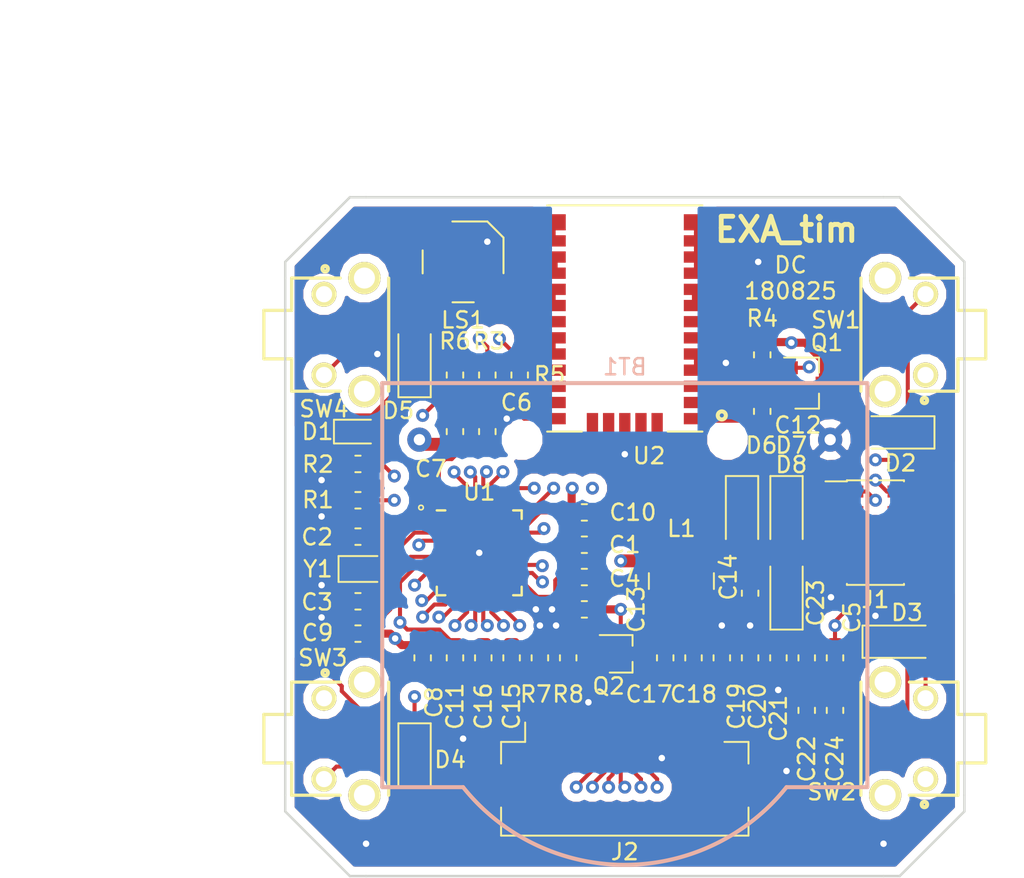
<source format=kicad_pcb>
(kicad_pcb (version 20171130) (host pcbnew "(5.0.0)")
  (layers (0 F.Cu power) (1 In1.Cu signal) (2 In2.Cu signal) (31 B.Cu power) (34 B.Paste user) (35 F.Paste user) (36 B.SilkS user) (37 F.SilkS user) (38 B.Mask user) (39 F.Mask user) (44 Edge.Cuts user))
  (net 0 "")
  (net 1 3V)
  (net 2 GND)
  (net 3 /RESE)
  (net 4 /GDR)
  (net 5 /BTN3)
  (net 6 /BTN2)
  (net 7 /BTN1)
  (net 8 /MOSI)
  (net 9 /CS)
  (net 10 /SCK)
  (net 11 /RESET)
  (net 12 /DC)
  (net 13 /WKUP1)
  (net 14 "Net-(C2-Pad1)")
  (net 15 /LED)
  (net 16 /SWCLK)
  (net 17 /ALARM)
  (net 18 /BUSY)
  (net 19 /SWDIO)
  (net 20 /PREVGH)
  (net 21 /PREVGL)
  (net 22 "Net-(J1-Pad6)")
  (net 23 "Net-(J1-Pad7)")
  (net 24 "Net-(J1-Pad8)")
  (net 25 "Net-(U2-Pad29)")
  (net 26 "Net-(U2-Pad28)")
  (net 27 "Net-(U2-Pad30)")
  (net 28 /GNSS_VDD)
  (net 29 "Net-(U2-Pad2)")
  (net 30 "Net-(U2-Pad3)")
  (net 31 "Net-(U2-Pad6)")
  (net 32 "Net-(U2-Pad7)")
  (net 33 /RX_GNSS)
  (net 34 /TX_GNSS)
  (net 35 "Net-(U2-Pad24)")
  (net 36 "Net-(U2-Pad23)")
  (net 37 "Net-(U2-Pad20)")
  (net 38 /RF)
  (net 39 /TX)
  (net 40 /GNSS_EN)
  (net 41 /RX)
  (net 42 "Net-(R1-Pad2)")
  (net 43 "Net-(LS1-Pad1)")
  (net 44 "Net-(D1-Pad2)")
  (net 45 "Net-(C22-Pad1)")
  (net 46 "Net-(C20-Pad1)")
  (net 47 "Net-(C18-Pad1)")
  (net 48 "Net-(C14-Pad2)")
  (net 49 "Net-(C3-Pad1)")
  (net 50 "Net-(C19-Pad1)")
  (net 51 "Net-(C14-Pad1)")
  (net 52 /BTN4)
  (net 53 /NRST)
  (net 54 "Net-(C24-Pad1)")
  (net 55 "Net-(C16-Pad2)")
  (net 56 "Net-(C15-Pad1)")
  (net 57 "Net-(J2-Pad7)")
  (net 58 "Net-(J2-Pad6)")
  (net 59 "Net-(J2-Pad1)")
  (module exa_tim:SKHLLFA010 (layer F.Cu) (at 141.6 78.5 90)
    (fp_text reference SW1 (at 0.9 -7.55 180) (layer F.SilkS))
    (fp_text value SKHLLFA010 hide)
    (pad 4 thru_hole circle (at 3.5 -4.5 180) (size 2 2) (drill 1.3) (layers *.Cu *.Mask F.SilkS))
    (pad 3 thru_hole circle (at -3.5 -4.5 180) (size 2 2) (drill 1.3) (layers *.Cu *.Mask F.SilkS))
    (pad 2 thru_hole circle (at 2.5 -2 180) (size 1.55 1.55) (drill 1) (layers *.Cu *.Mask F.SilkS) (net 7 /BTN1))
    (pad 1 thru_hole circle (at -2.5 -2 180) (size 1.55 1.55) (drill 1) (layers *.Cu *.Mask F.SilkS) (net 1 3V))
  )
  (module exa_tim:NL5077-LF (layer B.Cu) (at 121 93.5 180)
    (fp_text reference BT1 (at 0 13 180) (layer B.SilkS) (effects (justify mirror)))
    (fp_text value NL5077-LF)
    (pad 1 thru_hole circle (at 12.7 8.5 180) (size 1.5 1.5) (drill 0.7) (layers *.Cu *.Mask) (net 1 3V))
    (pad 2 thru_hole circle (at -12.7 8.5 180) (size 1.5 1.5) (drill 0.7) (layers *.Cu *.Mask) (net 2 GND))
    (pad "" np_thru_hole circle (at 6.35 8.5 180) (size 1.5 1.5) (drill 1.5) (layers *.Cu *.Mask))
    (pad "" np_thru_hole circle (at -6.35 8.5 180) (size 1.5 1.5) (drill 1.5) (layers *.Cu *.Mask))
  )
  (module exa_tim:Hirose_FH12-24S-0.5SH_1x24-1MP_P0.50mm_Horizontal (layer F.Cu) (at 121 105)
    (fp_text reference J2 (at 0 5.5) (layer F.SilkS))
    (fp_text value "FH12-24S-0.5SH(55)")
    (pad 24 smd rect (at 5.75 -1.85) (size 0.3 1.3) (layers F.Cu F.Paste F.Mask) (net 54 "Net-(C24-Pad1)"))
    (pad 23 smd rect (at 5.25 -1.85) (size 0.3 1.3) (layers F.Cu F.Paste F.Mask) (net 21 /PREVGL))
    (pad 22 smd rect (at 4.75 -1.85) (size 0.3 1.3) (layers F.Cu F.Paste F.Mask) (net 45 "Net-(C22-Pad1)"))
    (pad 21 smd rect (at 4.25 -1.85) (size 0.3 1.3) (layers F.Cu F.Paste F.Mask) (net 20 /PREVGH))
    (pad 20 smd rect (at 3.75 -1.85) (size 0.3 1.3) (layers F.Cu F.Paste F.Mask) (net 46 "Net-(C20-Pad1)"))
    (pad 19 smd rect (at 3.25 -1.85) (size 0.3 1.3) (layers F.Cu F.Paste F.Mask) (net 50 "Net-(C19-Pad1)"))
    (pad 18 smd rect (at 2.75 -1.85) (size 0.3 1.3) (layers F.Cu F.Paste F.Mask) (net 47 "Net-(C18-Pad1)"))
    (pad 17 smd rect (at 2.25 -1.85) (size 0.3 1.3) (layers F.Cu F.Paste F.Mask) (net 2 GND))
    (pad 16 smd rect (at 1.75 -1.85) (size 0.3 1.3) (layers F.Cu F.Paste F.Mask) (net 1 3V))
    (pad 15 smd rect (at 1.25 -1.85) (size 0.3 1.3) (layers F.Cu F.Paste F.Mask) (net 1 3V))
    (pad 14 smd rect (at 0.75 -1.85) (size 0.3 1.3) (layers F.Cu F.Paste F.Mask) (net 8 /MOSI))
    (pad 13 smd rect (at 0.25 -1.85) (size 0.3 1.3) (layers F.Cu F.Paste F.Mask) (net 10 /SCK))
    (pad 12 smd rect (at -0.25 -1.85) (size 0.3 1.3) (layers F.Cu F.Paste F.Mask) (net 9 /CS))
    (pad 11 smd rect (at -0.75 -1.85) (size 0.3 1.3) (layers F.Cu F.Paste F.Mask) (net 12 /DC))
    (pad 10 smd rect (at -1.25 -1.85) (size 0.3 1.3) (layers F.Cu F.Paste F.Mask) (net 11 /RESET))
    (pad 9 smd rect (at -1.75 -1.85) (size 0.3 1.3) (layers F.Cu F.Paste F.Mask) (net 18 /BUSY))
    (pad 8 smd rect (at -2.25 -1.85) (size 0.3 1.3) (layers F.Cu F.Paste F.Mask) (net 2 GND))
    (pad 7 smd rect (at -2.75 -1.85) (size 0.3 1.3) (layers F.Cu F.Paste F.Mask) (net 57 "Net-(J2-Pad7)"))
    (pad 6 smd rect (at -3.25 -1.85) (size 0.3 1.3) (layers F.Cu F.Paste F.Mask) (net 58 "Net-(J2-Pad6)"))
    (pad 5 smd rect (at -3.75 -1.85) (size 0.3 1.3) (layers F.Cu F.Paste F.Mask) (net 55 "Net-(C16-Pad2)"))
    (pad 4 smd rect (at -4.25 -1.85) (size 0.3 1.3) (layers F.Cu F.Paste F.Mask) (net 56 "Net-(C15-Pad1)"))
    (pad 3 smd rect (at -4.75 -1.85) (size 0.3 1.3) (layers F.Cu F.Paste F.Mask) (net 3 /RESE))
    (pad 2 smd rect (at -5.25 -1.85) (size 0.3 1.3) (layers F.Cu F.Paste F.Mask) (net 4 /GDR))
    (pad 1 smd rect (at -5.75 -1.85) (size 0.3 1.3) (layers F.Cu F.Paste F.Mask) (net 59 "Net-(J2-Pad1)"))
    (pad MP smd rect (at -7.65 1.4) (size 1.8 2.2) (layers F.Cu F.Paste F.Mask))
    (pad MP smd rect (at 7.65 1.4) (size 1.8 2.2) (layers F.Cu F.Paste F.Mask))
  )
  (module exa_tim:L_Coilcraft_LPS4018 (layer F.Cu) (at 124.5 93.75 270)
    (fp_text reference L1 (at -3.25 0) (layer F.SilkS))
    (fp_text value LPS4018-683MRB)
    (pad 2 smd rect (at 1.7435 1.493 44.5) (size 0.5 0.789) (layers F.Cu F.Paste F.Mask) (net 48 "Net-(C14-Pad2)"))
    (pad 2 smd rect (at 1.219 1.0475 45.7) (size 0.5 0.831) (layers F.Cu F.Paste F.Mask) (net 48 "Net-(C14-Pad2)"))
    (pad 2 smd rect (at 1.195 1.5575 270) (size 0.89 0.775) (layers F.Cu F.Paste F.Mask) (net 48 "Net-(C14-Pad2)"))
    (pad 2 smd rect (at 1.7435 -1.493 135.5) (size 0.5 0.789) (layers F.Cu F.Paste F.Mask) (net 48 "Net-(C14-Pad2)"))
    (pad 2 smd rect (at 1.219 -1.0475 134.3) (size 0.5 0.831) (layers F.Cu F.Paste F.Mask) (net 48 "Net-(C14-Pad2)"))
    (pad 2 smd rect (at 1.195 -1.5575 270) (size 0.89 0.775) (layers F.Cu F.Paste F.Mask) (net 48 "Net-(C14-Pad2)"))
    (pad 2 smd rect (at 1.765 0 270) (size 0.87 2.79) (layers F.Cu F.Paste F.Mask) (net 48 "Net-(C14-Pad2)"))
    (pad 1 smd rect (at -1.219 1.0475 134.3) (size 0.5 0.831) (layers F.Cu F.Paste F.Mask) (net 1 3V))
    (pad 1 smd rect (at -1.195 1.5575 270) (size 0.89 0.775) (layers F.Cu F.Paste F.Mask) (net 1 3V))
    (pad 1 smd rect (at -1.7435 1.493 135.5) (size 0.5 0.789) (layers F.Cu F.Paste F.Mask) (net 1 3V))
    (pad 1 smd rect (at -1.7435 -1.493 44.5) (size 0.5 0.789) (layers F.Cu F.Paste F.Mask) (net 1 3V))
    (pad 1 smd rect (at -1.219 -1.0475 45.7) (size 0.5 0.831) (layers F.Cu F.Paste F.Mask) (net 1 3V))
    (pad 1 smd rect (at -1.195 -1.5575 270) (size 0.89 0.775) (layers F.Cu F.Paste F.Mask) (net 1 3V))
    (pad 1 smd rect (at -1.765 0 270) (size 0.87 2.79) (layers F.Cu F.Paste F.Mask) (net 1 3V))
  )
  (module exa_tim:CUI_CSS-0575A-SMT (layer F.Cu) (at 111 74)
    (fp_text reference LS1 (at 0 3.6) (layer F.SilkS))
    (fp_text value CUI_CSS-0575A-SMT)
    (pad 3 smd rect (at -1.9 -1.75) (size 2.1 1.7) (layers F.Cu F.Paste F.Mask))
    (pad 2 smd rect (at 1.9 1.75) (size 2.1 1.7) (layers F.Cu F.Paste F.Mask) (net 2 GND))
    (pad 1 smd rect (at -1.9 1.75) (size 2.1 1.7) (layers F.Cu F.Paste F.Mask) (net 43 "Net-(LS1-Pad1)"))
  )
  (module exa_tim:SKHLLFA010 (layer F.Cu) (at 100.4 78.5 270)
    (fp_text reference SW4 (at 4.6 -2) (layer F.SilkS))
    (fp_text value SKHLLFA010 hide)
    (pad 4 thru_hole circle (at 3.5 -4.5) (size 2 2) (drill 1.3) (layers *.Cu *.Mask F.SilkS))
    (pad 3 thru_hole circle (at -3.5 -4.5) (size 2 2) (drill 1.3) (layers *.Cu *.Mask F.SilkS))
    (pad 2 thru_hole circle (at 2.5 -2) (size 1.55 1.55) (drill 1) (layers *.Cu *.Mask F.SilkS) (net 52 /BTN4))
    (pad 1 thru_hole circle (at -2.5 -2) (size 1.55 1.55) (drill 1) (layers *.Cu *.Mask F.SilkS) (net 1 3V))
  )
  (module exa_tim:SKHLLFA010 (layer F.Cu) (at 141.6 103.5 90)
    (fp_text reference SW2 (at -3.3 -7.8 180) (layer F.SilkS))
    (fp_text value SKHLLFA010 hide)
    (pad 4 thru_hole circle (at 3.5 -4.5 180) (size 2 2) (drill 1.3) (layers *.Cu *.Mask F.SilkS))
    (pad 3 thru_hole circle (at -3.5 -4.5 180) (size 2 2) (drill 1.3) (layers *.Cu *.Mask F.SilkS))
    (pad 2 thru_hole circle (at 2.5 -2 180) (size 1.55 1.55) (drill 1) (layers *.Cu *.Mask F.SilkS) (net 6 /BTN2))
    (pad 1 thru_hole circle (at -2.5 -2 180) (size 1.55 1.55) (drill 1) (layers *.Cu *.Mask F.SilkS) (net 1 3V))
  )
  (module exa_tim:SKHLLFA010 (layer F.Cu) (at 100.4 103.5 270)
    (fp_text reference SW3 (at -5 -1.925) (layer F.SilkS))
    (fp_text value SKHLLFA010 hide)
    (pad 4 thru_hole circle (at 3.5 -4.5) (size 2 2) (drill 1.3) (layers *.Cu *.Mask F.SilkS))
    (pad 3 thru_hole circle (at -3.5 -4.5) (size 2 2) (drill 1.3) (layers *.Cu *.Mask F.SilkS))
    (pad 2 thru_hole circle (at 2.5 -2) (size 1.55 1.55) (drill 1) (layers *.Cu *.Mask F.SilkS) (net 5 /BTN3))
    (pad 1 thru_hole circle (at -2.5 -2) (size 1.55 1.55) (drill 1) (layers *.Cu *.Mask F.SilkS) (net 1 3V))
  )
  (module exa_tim:LCC100P960X1400X210-31N (layer F.Cu) (at 121 77.5)
    (fp_text reference U2 (at 1.5 8.5) (layer F.SilkS) (effects (font (size 1.00151 1.00151))))
    (fp_text value CAM-M8C-0)
    (pad 13 smd rect (at 4.4 -5.95 180) (size 1.5 1) (layers F.Cu F.Paste F.Mask) (net 2 GND))
    (pad 14 smd rect (at -4.4 -5.95 180) (size 1.5 1) (layers F.Cu F.Paste F.Mask) (net 2 GND))
    (pad 15 smd rect (at -4.4 -4.8 180) (size 1.5 0.7) (layers F.Cu F.Paste F.Mask) (net 2 GND))
    (pad 16 smd rect (at -4.4 -3.8 180) (size 1.5 0.7) (layers F.Cu F.Paste F.Mask) (net 38 /RF))
    (pad 17 smd rect (at -4.4 -2.8 180) (size 1.5 0.7) (layers F.Cu F.Paste F.Mask) (net 38 /RF))
    (pad 18 smd rect (at -4.4 -1.8 180) (size 1.5 0.7) (layers F.Cu F.Paste F.Mask) (net 2 GND))
    (pad 19 smd rect (at -4.4 -0.8 180) (size 1.5 0.7) (layers F.Cu F.Paste F.Mask) (net 2 GND))
    (pad 20 smd rect (at -4.4 0.2 180) (size 1.5 0.7) (layers F.Cu F.Paste F.Mask) (net 37 "Net-(U2-Pad20)"))
    (pad 21 smd rect (at -4.4 1.2 180) (size 1.5 0.7) (layers F.Cu F.Paste F.Mask) (net 2 GND))
    (pad 22 smd rect (at -4.4 2.2 180) (size 1.5 0.7) (layers F.Cu F.Paste F.Mask) (net 2 GND))
    (pad 23 smd rect (at -4.4 3.2 180) (size 1.5 0.7) (layers F.Cu F.Paste F.Mask) (net 36 "Net-(U2-Pad23)"))
    (pad 24 smd rect (at -4.4 4.2 180) (size 1.5 0.7) (layers F.Cu F.Paste F.Mask) (net 35 "Net-(U2-Pad24)"))
    (pad 25 smd rect (at -4.4 5.2 180) (size 1.5 0.7) (layers F.Cu F.Paste F.Mask) (net 34 /TX_GNSS))
    (pad 26 smd rect (at -4.4 6.2 180) (size 1.5 0.7) (layers F.Cu F.Paste F.Mask) (net 33 /RX_GNSS))
    (pad 12 smd rect (at 4.4 -4.8 180) (size 1.5 0.7) (layers F.Cu F.Paste F.Mask) (net 2 GND))
    (pad 11 smd rect (at 4.4 -3.8 180) (size 1.5 0.7) (layers F.Cu F.Paste F.Mask) (net 2 GND))
    (pad 10 smd rect (at 4.4 -2.8 180) (size 1.5 0.7) (layers F.Cu F.Paste F.Mask) (net 2 GND))
    (pad 9 smd rect (at 4.4 -1.8 180) (size 1.5 0.7) (layers F.Cu F.Paste F.Mask) (net 28 /GNSS_VDD))
    (pad 8 smd rect (at 4.4 -0.8 180) (size 1.5 0.7) (layers F.Cu F.Paste F.Mask) (net 28 /GNSS_VDD))
    (pad 7 smd rect (at 4.4 0.2 180) (size 1.5 0.7) (layers F.Cu F.Paste F.Mask) (net 32 "Net-(U2-Pad7)"))
    (pad 6 smd rect (at 4.4 1.2 180) (size 1.5 0.7) (layers F.Cu F.Paste F.Mask) (net 31 "Net-(U2-Pad6)"))
    (pad 5 smd rect (at 4.4 2.2 180) (size 1.5 0.7) (layers F.Cu F.Paste F.Mask) (net 2 GND))
    (pad 4 smd rect (at 4.4 3.2 180) (size 1.5 0.7) (layers F.Cu F.Paste F.Mask) (net 2 GND))
    (pad 3 smd rect (at 4.4 4.2 180) (size 1.5 0.7) (layers F.Cu F.Paste F.Mask) (net 30 "Net-(U2-Pad3)"))
    (pad 2 smd rect (at 4.4 5.2 180) (size 1.5 0.7) (layers F.Cu F.Paste F.Mask) (net 29 "Net-(U2-Pad2)"))
    (pad 1 smd rect (at 4.4 6.2 180) (size 1.5 0.7) (layers F.Cu F.Paste F.Mask) (net 28 /GNSS_VDD))
    (pad 27 smd rect (at -2 6.6 90) (size 1.5 0.7) (layers F.Cu F.Paste F.Mask) (net 2 GND))
    (pad 31 smd rect (at 2 6.6 90) (size 1.5 0.7) (layers F.Cu F.Paste F.Mask) (net 2 GND))
    (pad 30 smd rect (at 1 6.6 90) (size 1.5 0.7) (layers F.Cu F.Paste F.Mask) (net 27 "Net-(U2-Pad30)"))
    (pad 28 smd rect (at -1 6.6 90) (size 1.5 0.7) (layers F.Cu F.Paste F.Mask) (net 26 "Net-(U2-Pad28)"))
    (pad 29 smd rect (at 0 6.6 90) (size 1.5 0.7) (layers F.Cu F.Paste F.Mask) (net 25 "Net-(U2-Pad29)"))
  )
  (module Connector_PinHeader_1.27mm:PinHeader_2x05_P1.27mm_Vertical_SMD (layer F.Cu) (at 136.5 90.75)
    (fp_text reference J1 (at 0 4.15) (layer F.SilkS))
    (fp_text value Conn_ARM_JTAG_SWD_10)
    (pad 1 smd rect (at -1.95 -2.54) (size 2.4 0.74) (layers F.Cu F.Paste F.Mask) (net 1 3V))
    (pad 2 smd rect (at 1.95 -2.54) (size 2.4 0.74) (layers F.Cu F.Paste F.Mask) (net 19 /SWDIO))
    (pad 3 smd rect (at -1.95 -1.27) (size 2.4 0.74) (layers F.Cu F.Paste F.Mask) (net 2 GND))
    (pad 4 smd rect (at 1.95 -1.27) (size 2.4 0.74) (layers F.Cu F.Paste F.Mask) (net 16 /SWCLK))
    (pad 5 smd rect (at -1.95 0) (size 2.4 0.74) (layers F.Cu F.Paste F.Mask) (net 2 GND))
    (pad 6 smd rect (at 1.95 0) (size 2.4 0.74) (layers F.Cu F.Paste F.Mask) (net 22 "Net-(J1-Pad6)"))
    (pad 7 smd rect (at -1.95 1.27) (size 2.4 0.74) (layers F.Cu F.Paste F.Mask) (net 23 "Net-(J1-Pad7)"))
    (pad 8 smd rect (at 1.95 1.27) (size 2.4 0.74) (layers F.Cu F.Paste F.Mask) (net 24 "Net-(J1-Pad8)"))
    (pad 9 smd rect (at -1.95 2.54) (size 2.4 0.74) (layers F.Cu F.Paste F.Mask) (net 2 GND))
    (pad 10 smd rect (at 1.95 2.54) (size 2.4 0.74) (layers F.Cu F.Paste F.Mask) (net 53 /NRST))
  )
  (module Capacitor_SMD:C_0603_1608Metric (layer F.Cu) (at 134 98.5 90)
    (fp_text reference C5 (at 2.5 1.05 270) (layer F.SilkS))
    (fp_text value 100nF)
    (pad 1 smd roundrect (at -0.7875 0 90) (size 0.875 0.95) (layers F.Cu F.Paste F.Mask) (net 2 GND))
    (pad 2 smd roundrect (at 0.7875 0 90) (size 0.875 0.95) (layers F.Cu F.Paste F.Mask) (net 53 /NRST))
  )
  (module exa_tim:QFN-32-1EP_5x5mm_P0.5mm_EP3.45x3.45mm (layer F.Cu) (at 112 92)
    (fp_text reference U1 (at 0 -3.75) (layer F.SilkS))
    (fp_text value STM32L071KZUx)
    (pad 1 smd rect (at -2.4 -1.75) (size 0.7 0.25) (layers F.Cu F.Paste F.Mask) (net 14 "Net-(C2-Pad1)"))
    (pad 2 smd rect (at -2.4 -1.25) (size 0.7 0.25) (layers F.Cu F.Paste F.Mask) (net 49 "Net-(C3-Pad1)"))
    (pad 3 smd rect (at -2.4 -0.75) (size 0.7 0.25) (layers F.Cu F.Paste F.Mask) (net 53 /NRST))
    (pad 4 smd rect (at -2.4 -0.25) (size 0.7 0.25) (layers F.Cu F.Paste F.Mask) (net 2 GND))
    (pad 5 smd rect (at -2.4 0.25) (size 0.7 0.25) (layers F.Cu F.Paste F.Mask) (net 1 3V))
    (pad 6 smd rect (at -2.4 0.75) (size 0.7 0.25) (layers F.Cu F.Paste F.Mask) (net 13 /WKUP1))
    (pad 7 smd rect (at -2.4 1.25) (size 0.7 0.25) (layers F.Cu F.Paste F.Mask) (net 17 /ALARM))
    (pad 8 smd rect (at -2.4 1.75) (size 0.7 0.25) (layers F.Cu F.Paste F.Mask) (net 39 /TX))
    (pad 9 smd rect (at -1.75 2.4 90) (size 0.7 0.25) (layers F.Cu F.Paste F.Mask) (net 41 /RX))
    (pad 10 smd rect (at -1.25 2.4 90) (size 0.7 0.25) (layers F.Cu F.Paste F.Mask) (net 40 /GNSS_EN))
    (pad 11 smd rect (at -0.75 2.4 90) (size 0.7 0.25) (layers F.Cu F.Paste F.Mask) (net 10 /SCK))
    (pad 12 smd rect (at -0.25 2.4 90) (size 0.7 0.25) (layers F.Cu F.Paste F.Mask) (net 9 /CS))
    (pad 13 smd rect (at 0.25 2.4 90) (size 0.7 0.25) (layers F.Cu F.Paste F.Mask) (net 8 /MOSI))
    (pad 14 smd rect (at 0.75 2.4 90) (size 0.7 0.25) (layers F.Cu F.Paste F.Mask) (net 12 /DC))
    (pad 15 smd rect (at 1.25 2.4 90) (size 0.7 0.25) (layers F.Cu F.Paste F.Mask) (net 11 /RESET))
    (pad 16 smd rect (at 1.75 2.4 90) (size 0.7 0.25) (layers F.Cu F.Paste F.Mask) (net 2 GND))
    (pad 17 smd rect (at 2.4 1.75) (size 0.7 0.25) (layers F.Cu F.Paste F.Mask) (net 1 3V))
    (pad 18 smd rect (at 2.4 1.25) (size 0.7 0.25) (layers F.Cu F.Paste F.Mask) (net 18 /BUSY))
    (pad 19 smd rect (at 2.4 0.75) (size 0.7 0.25) (layers F.Cu F.Paste F.Mask) (net 15 /LED))
    (pad 20 smd rect (at 2.4 0.25) (size 0.7 0.25) (layers F.Cu F.Paste F.Mask) (net 2 GND))
    (pad 21 smd rect (at 2.4 -0.25) (size 0.7 0.25) (layers F.Cu F.Paste F.Mask) (net 2 GND))
    (pad 22 smd rect (at 2.4 -0.75) (size 0.7 0.25) (layers F.Cu F.Paste F.Mask) (net 2 GND))
    (pad 23 smd rect (at 2.4 -1.25) (size 0.7 0.25) (layers F.Cu F.Paste F.Mask) (net 19 /SWDIO))
    (pad 24 smd rect (at 2.4 -1.75) (size 0.7 0.25) (layers F.Cu F.Paste F.Mask) (net 1 3V))
    (pad 25 smd rect (at 1.75 -2.4 90) (size 0.7 0.25) (layers F.Cu F.Paste F.Mask) (net 16 /SWCLK))
    (pad 26 smd rect (at 1.25 -2.4 90) (size 0.7 0.25) (layers F.Cu F.Paste F.Mask) (net 7 /BTN1))
    (pad 27 smd rect (at 0.75 -2.4 90) (size 0.7 0.25) (layers F.Cu F.Paste F.Mask) (net 6 /BTN2))
    (pad 28 smd rect (at 0.25 -2.4 90) (size 0.7 0.25) (layers F.Cu F.Paste F.Mask) (net 5 /BTN3))
    (pad 29 smd rect (at -0.25 -2.4 90) (size 0.7 0.25) (layers F.Cu F.Paste F.Mask) (net 52 /BTN4))
    (pad 30 smd rect (at -0.75 -2.4 90) (size 0.7 0.25) (layers F.Cu F.Paste F.Mask) (net 42 "Net-(R1-Pad2)"))
    (pad 31 smd rect (at -1.25 -2.4 90) (size 0.7 0.25) (layers F.Cu F.Paste F.Mask) (net 2 GND))
    (pad 32 smd rect (at -1.75 -2.4 90) (size 0.7 0.25) (layers F.Cu F.Paste F.Mask) (net 1 3V))
    (pad 33 smd rect (at 0 0) (size 3.45 3.45) (layers F.Cu F.Mask) (net 2 GND))
  )
  (module Capacitor_SMD:C_0603_1608Metric (layer F.Cu) (at 112.5 84.5 270)
    (fp_text reference C6 (at -1.8 -1.8) (layer F.SilkS))
    (fp_text value 4.7uF)
    (pad 1 smd roundrect (at -0.7875 0 270) (size 0.875 0.95) (layers F.Cu F.Paste F.Mask) (net 2 GND))
    (pad 2 smd roundrect (at 0.7875 0 270) (size 0.875 0.95) (layers F.Cu F.Paste F.Mask) (net 1 3V))
  )
  (module Capacitor_SMD:C_0603_1608Metric (layer F.Cu) (at 110.5 98.5 270)
    (fp_text reference C11 (at 3 0 90) (layer F.SilkS))
    (fp_text value 100nF)
    (pad 1 smd roundrect (at -0.7875 0 270) (size 0.875 0.95) (layers F.Cu F.Paste F.Mask) (net 13 /WKUP1))
    (pad 2 smd roundrect (at 0.7875 0 270) (size 0.875 0.95) (layers F.Cu F.Paste F.Mask) (net 2 GND))
  )
  (module Diode_SMD:D_SOD-123 (layer F.Cu) (at 137.9 84.55 180)
    (fp_text reference D2 (at -0.15 -1.9 180) (layer F.SilkS))
    (fp_text value MBR0530)
    (pad 2 smd rect (at 1.65 0 180) (size 0.9 1.2) (layers F.Cu F.Paste F.Mask) (net 7 /BTN1))
    (pad 1 smd rect (at -1.65 0 180) (size 0.9 1.2) (layers F.Cu F.Paste F.Mask) (net 13 /WKUP1))
  )
  (module Diode_SMD:D_SOD-123 (layer F.Cu) (at 108 80.125 90)
    (fp_text reference D5 (at -3.075 -1) (layer F.SilkS))
    (fp_text value MBR0530)
    (pad 2 smd rect (at 1.65 0 90) (size 0.9 1.2) (layers F.Cu F.Paste F.Mask) (net 52 /BTN4))
    (pad 1 smd rect (at -1.65 0 90) (size 0.9 1.2) (layers F.Cu F.Paste F.Mask) (net 13 /WKUP1))
  )
  (module Diode_SMD:D_SOD-123 (layer F.Cu) (at 108 104.8 270)
    (fp_text reference D4 (at 0 -2.2 180) (layer F.SilkS))
    (fp_text value MBR0530)
    (pad 2 smd rect (at 1.65 0 270) (size 0.9 1.2) (layers F.Cu F.Paste F.Mask) (net 5 /BTN3))
    (pad 1 smd rect (at -1.65 0 270) (size 0.9 1.2) (layers F.Cu F.Paste F.Mask) (net 13 /WKUP1))
  )
  (module Diode_SMD:D_SOD-123 (layer F.Cu) (at 137.95 97.5)
    (fp_text reference D3 (at 0.5 -1.8) (layer F.SilkS))
    (fp_text value MBR0530)
    (pad 1 smd rect (at -1.65 0) (size 0.9 1.2) (layers F.Cu F.Paste F.Mask) (net 13 /WKUP1))
    (pad 2 smd rect (at 1.65 0) (size 0.9 1.2) (layers F.Cu F.Paste F.Mask) (net 6 /BTN2))
  )
  (module LED_SMD:LED_0603_1608Metric (layer F.Cu) (at 104.5 84.5)
    (fp_text reference D1 (at -2.5 0) (layer F.SilkS))
    (fp_text value LTST-C194KSKT)
    (pad 1 smd roundrect (at -0.7875 0) (size 0.875 0.95) (layers F.Cu F.Paste F.Mask) (net 2 GND))
    (pad 2 smd roundrect (at 0.7875 0) (size 0.875 0.95) (layers F.Cu F.Paste F.Mask) (net 44 "Net-(D1-Pad2)"))
  )
  (module Resistor_SMD:R_0603_1608Metric (layer F.Cu) (at 104.5 86.5 180)
    (fp_text reference R2 (at 2.475 -0.025 180) (layer F.SilkS))
    (fp_text value 1k)
    (pad 2 smd roundrect (at 0.7875 0 180) (size 0.875 0.95) (layers F.Cu F.Paste F.Mask) (net 44 "Net-(D1-Pad2)"))
    (pad 1 smd roundrect (at -0.7875 0 180) (size 0.875 0.95) (layers F.Cu F.Paste F.Mask) (net 15 /LED))
  )
  (module Resistor_SMD:R_0603_1608Metric (layer F.Cu) (at 110.5 81 270)
    (fp_text reference R3 (at -2.1 -2.1) (layer F.SilkS))
    (fp_text value 220)
    (pad 1 smd roundrect (at -0.7875 0 270) (size 0.875 0.95) (layers F.Cu F.Paste F.Mask) (net 43 "Net-(LS1-Pad1)"))
    (pad 2 smd roundrect (at 0.7875 0 270) (size 0.875 0.95) (layers F.Cu F.Paste F.Mask) (net 17 /ALARM))
  )
  (module Capacitor_SMD:C_0603_1608Metric (layer F.Cu) (at 110.5 84.5 270)
    (fp_text reference C7 (at 2.3 1.5) (layer F.SilkS))
    (fp_text value 100nF)
    (pad 2 smd roundrect (at 0.7875 0 270) (size 0.875 0.95) (layers F.Cu F.Paste F.Mask) (net 1 3V))
    (pad 1 smd roundrect (at -0.7875 0 270) (size 0.875 0.95) (layers F.Cu F.Paste F.Mask) (net 2 GND))
  )
  (module Capacitor_SMD:C_0603_1608Metric (layer F.Cu) (at 118.5 89.5 180)
    (fp_text reference C10 (at -3 0) (layer F.SilkS))
    (fp_text value 100nF)
    (pad 1 smd roundrect (at -0.7875 0 180) (size 0.875 0.95) (layers F.Cu F.Paste F.Mask) (net 2 GND))
    (pad 2 smd roundrect (at 0.7875 0 180) (size 0.875 0.95) (layers F.Cu F.Paste F.Mask) (net 1 3V))
  )
  (module Capacitor_SMD:C_0603_1608Metric (layer F.Cu) (at 129.5 83.25 90)
    (fp_text reference C12 (at -0.85 2.2) (layer F.SilkS))
    (fp_text value 4.7uF)
    (pad 1 smd roundrect (at -0.7875 0 90) (size 0.875 0.95) (layers F.Cu F.Paste F.Mask) (net 2 GND))
    (pad 2 smd roundrect (at 0.7875 0 90) (size 0.875 0.95) (layers F.Cu F.Paste F.Mask) (net 28 /GNSS_VDD))
  )
  (module Package_TO_SOT_SMD:SOT-23 (layer F.Cu) (at 132.25 81.5)
    (fp_text reference Q1 (at 1.25 -2.5) (layer F.SilkS))
    (fp_text value SI2333DS-T1-E3)
    (pad 3 smd rect (at 1 0) (size 0.9 0.8) (layers F.Cu F.Paste F.Mask) (net 1 3V))
    (pad 2 smd rect (at -1 0.95) (size 0.9 0.8) (layers F.Cu F.Paste F.Mask) (net 28 /GNSS_VDD))
    (pad 1 smd rect (at -1 -0.95) (size 0.9 0.8) (layers F.Cu F.Paste F.Mask) (net 40 /GNSS_EN))
  )
  (module Resistor_SMD:R_0603_1608Metric (layer F.Cu) (at 114.5 81 90)
    (fp_text reference R5 (at 0 1.85 180) (layer F.SilkS))
    (fp_text value 220)
    (pad 1 smd roundrect (at -0.7875 0 90) (size 0.875 0.95) (layers F.Cu F.Paste F.Mask) (net 34 /TX_GNSS))
    (pad 2 smd roundrect (at 0.7875 0 90) (size 0.875 0.95) (layers F.Cu F.Paste F.Mask) (net 41 /RX))
  )
  (module Resistor_SMD:R_0603_1608Metric (layer F.Cu) (at 129.5 79.75 270)
    (fp_text reference R4 (at -2.25 0) (layer F.SilkS))
    (fp_text value 1M)
    (pad 2 smd roundrect (at 0.7875 0 270) (size 0.875 0.95) (layers F.Cu F.Paste F.Mask) (net 40 /GNSS_EN))
    (pad 1 smd roundrect (at -0.7875 0 270) (size 0.875 0.95) (layers F.Cu F.Paste F.Mask) (net 1 3V))
  )
  (module Resistor_SMD:R_0603_1608Metric (layer F.Cu) (at 112.5 81 90)
    (fp_text reference R6 (at 2.1 -2 180) (layer F.SilkS))
    (fp_text value 220)
    (pad 1 smd roundrect (at -0.7875 0 90) (size 0.875 0.95) (layers F.Cu F.Paste F.Mask) (net 33 /RX_GNSS))
    (pad 2 smd roundrect (at 0.7875 0 90) (size 0.875 0.95) (layers F.Cu F.Paste F.Mask) (net 39 /TX))
  )
  (module Capacitor_SMD:C_0603_1608Metric (layer F.Cu) (at 130.5 98.5 270)
    (fp_text reference C21 (at 3.75 0 270) (layer F.SilkS))
    (fp_text value 1uF)
    (pad 2 smd roundrect (at 0.7875 0 270) (size 0.875 0.95) (layers F.Cu F.Paste F.Mask) (net 2 GND))
    (pad 1 smd roundrect (at -0.7875 0 270) (size 0.875 0.95) (layers F.Cu F.Paste F.Mask) (net 20 /PREVGH))
  )
  (module Capacitor_SMD:C_0603_1608Metric (layer F.Cu) (at 134 101.75 90)
    (fp_text reference C24 (at -3 0 90) (layer F.SilkS))
    (fp_text value 1uF)
    (pad 1 smd roundrect (at -0.7875 0 90) (size 0.875 0.95) (layers F.Cu F.Paste F.Mask) (net 54 "Net-(C24-Pad1)"))
    (pad 2 smd roundrect (at 0.7875 0 90) (size 0.875 0.95) (layers F.Cu F.Paste F.Mask) (net 2 GND))
  )
  (module Capacitor_SMD:C_0603_1608Metric (layer F.Cu) (at 132.25 98.5 270)
    (fp_text reference C23 (at -3.4 -0.55 90) (layer F.SilkS))
    (fp_text value 1uF)
    (pad 2 smd roundrect (at 0.7875 0 270) (size 0.875 0.95) (layers F.Cu F.Paste F.Mask) (net 2 GND))
    (pad 1 smd roundrect (at -0.7875 0 270) (size 0.875 0.95) (layers F.Cu F.Paste F.Mask) (net 21 /PREVGL))
  )
  (module Capacitor_SMD:C_0603_1608Metric (layer F.Cu) (at 132.25 101.75 90)
    (fp_text reference C22 (at -3 0 90) (layer F.SilkS))
    (fp_text value 1uF)
    (pad 1 smd roundrect (at -0.7875 0 90) (size 0.875 0.95) (layers F.Cu F.Paste F.Mask) (net 45 "Net-(C22-Pad1)"))
    (pad 2 smd roundrect (at 0.7875 0 90) (size 0.875 0.95) (layers F.Cu F.Paste F.Mask) (net 2 GND))
  )
  (module Capacitor_SMD:C_0603_1608Metric (layer F.Cu) (at 128.75 98.5 90)
    (fp_text reference C20 (at -3 0.45 270) (layer F.SilkS))
    (fp_text value 1uF)
    (pad 2 smd roundrect (at 0.7875 0 90) (size 0.875 0.95) (layers F.Cu F.Paste F.Mask) (net 2 GND))
    (pad 1 smd roundrect (at -0.7875 0 90) (size 0.875 0.95) (layers F.Cu F.Paste F.Mask) (net 46 "Net-(C20-Pad1)"))
  )
  (module Capacitor_SMD:C_0603_1608Metric (layer F.Cu) (at 127 98.5 90)
    (fp_text reference C19 (at -3 0.9 90) (layer F.SilkS))
    (fp_text value 1uF)
    (pad 1 smd roundrect (at -0.7875 0 90) (size 0.875 0.95) (layers F.Cu F.Paste F.Mask) (net 50 "Net-(C19-Pad1)"))
    (pad 2 smd roundrect (at 0.7875 0 90) (size 0.875 0.95) (layers F.Cu F.Paste F.Mask) (net 2 GND))
  )
  (module Capacitor_SMD:C_0603_1608Metric (layer F.Cu) (at 125.25 98.5 90)
    (fp_text reference C18 (at -2.25 0 180) (layer F.SilkS))
    (fp_text value 1uF)
    (pad 2 smd roundrect (at 0.7875 0 90) (size 0.875 0.95) (layers F.Cu F.Paste F.Mask) (net 2 GND))
    (pad 1 smd roundrect (at -0.7875 0 90) (size 0.875 0.95) (layers F.Cu F.Paste F.Mask) (net 47 "Net-(C18-Pad1)"))
  )
  (module Capacitor_SMD:C_0603_1608Metric (layer F.Cu) (at 123.5 98.5 90)
    (fp_text reference C17 (at -2.25 -1 180) (layer F.SilkS))
    (fp_text value 100nF)
    (pad 1 smd roundrect (at -0.7875 0 90) (size 0.875 0.95) (layers F.Cu F.Paste F.Mask) (net 1 3V))
    (pad 2 smd roundrect (at 0.7875 0 90) (size 0.875 0.95) (layers F.Cu F.Paste F.Mask) (net 2 GND))
  )
  (module Capacitor_SMD:C_0603_1608Metric (layer F.Cu) (at 112.25 98.5 270)
    (fp_text reference C16 (at 3 0 90) (layer F.SilkS))
    (fp_text value 1uF)
    (pad 2 smd roundrect (at 0.7875 0 270) (size 0.875 0.95) (layers F.Cu F.Paste F.Mask) (net 55 "Net-(C16-Pad2)"))
    (pad 1 smd roundrect (at -0.7875 0 270) (size 0.875 0.95) (layers F.Cu F.Paste F.Mask) (net 2 GND))
  )
  (module Capacitor_SMD:C_0603_1608Metric (layer F.Cu) (at 114 98.5 90)
    (fp_text reference C15 (at -3 0 90) (layer F.SilkS))
    (fp_text value 1uF)
    (pad 1 smd roundrect (at -0.7875 0 90) (size 0.875 0.95) (layers F.Cu F.Paste F.Mask) (net 56 "Net-(C15-Pad1)"))
    (pad 2 smd roundrect (at 0.7875 0 90) (size 0.875 0.95) (layers F.Cu F.Paste F.Mask) (net 2 GND))
  )
  (module Capacitor_SMD:C_0603_1608Metric (layer F.Cu) (at 128.75 94.5 270)
    (fp_text reference C14 (at -1 1.35 270) (layer F.SilkS))
    (fp_text value 100nF)
    (pad 2 smd roundrect (at 0.7875 0 270) (size 0.875 0.95) (layers F.Cu F.Paste F.Mask) (net 48 "Net-(C14-Pad2)"))
    (pad 1 smd roundrect (at -0.7875 0 270) (size 0.875 0.95) (layers F.Cu F.Paste F.Mask) (net 51 "Net-(C14-Pad1)"))
  )
  (module Capacitor_SMD:C_0603_1608Metric (layer F.Cu) (at 118.5 95.5 180)
    (fp_text reference C13 (at -3.2 0 90) (layer F.SilkS))
    (fp_text value 4.7uF)
    (pad 1 smd roundrect (at -0.7875 0 180) (size 0.875 0.95) (layers F.Cu F.Paste F.Mask) (net 1 3V))
    (pad 2 smd roundrect (at 0.7875 0 180) (size 0.875 0.95) (layers F.Cu F.Paste F.Mask) (net 2 GND))
  )
  (module Capacitor_SMD:C_0603_1608Metric (layer F.Cu) (at 104.5 97)
    (fp_text reference C9 (at -2.5 -0.05) (layer F.SilkS))
    (fp_text value 100nF)
    (pad 2 smd roundrect (at 0.7875 0) (size 0.875 0.95) (layers F.Cu F.Paste F.Mask) (net 1 3V))
    (pad 1 smd roundrect (at -0.7875 0) (size 0.875 0.95) (layers F.Cu F.Paste F.Mask) (net 2 GND))
  )
  (module Capacitor_SMD:C_0603_1608Metric (layer F.Cu) (at 108.5 98.5 90)
    (fp_text reference C8 (at -2.75 0.7 270) (layer F.SilkS))
    (fp_text value 1uF)
    (pad 1 smd roundrect (at -0.7875 0 90) (size 0.875 0.95) (layers F.Cu F.Paste F.Mask) (net 2 GND))
    (pad 2 smd roundrect (at 0.7875 0 90) (size 0.875 0.95) (layers F.Cu F.Paste F.Mask) (net 1 3V))
  )
  (module Capacitor_SMD:C_0603_1608Metric (layer F.Cu) (at 118.5 93.5 180)
    (fp_text reference C4 (at -2.5 -0.1) (layer F.SilkS))
    (fp_text value 100nF)
    (pad 2 smd roundrect (at 0.7875 0 180) (size 0.875 0.95) (layers F.Cu F.Paste F.Mask) (net 1 3V))
    (pad 1 smd roundrect (at -0.7875 0 180) (size 0.875 0.95) (layers F.Cu F.Paste F.Mask) (net 2 GND))
  )
  (module Capacitor_SMD:C_0603_1608Metric (layer F.Cu) (at 118.5 91.5 180)
    (fp_text reference C1 (at -2.5 0) (layer F.SilkS))
    (fp_text value 4.7uF)
    (pad 1 smd roundrect (at -0.7875 0 180) (size 0.875 0.95) (layers F.Cu F.Paste F.Mask) (net 2 GND))
    (pad 2 smd roundrect (at 0.7875 0 180) (size 0.875 0.95) (layers F.Cu F.Paste F.Mask) (net 1 3V))
  )
  (module Capacitor_SMD:C_0603_1608Metric (layer F.Cu) (at 104.5 95 180)
    (fp_text reference C3 (at 2.525 -0.05 180) (layer F.SilkS))
    (fp_text value 21pF)
    (pad 2 smd roundrect (at 0.7875 0 180) (size 0.875 0.95) (layers F.Cu F.Paste F.Mask) (net 2 GND))
    (pad 1 smd roundrect (at -0.7875 0 180) (size 0.875 0.95) (layers F.Cu F.Paste F.Mask) (net 49 "Net-(C3-Pad1)"))
  )
  (module Capacitor_SMD:C_0603_1608Metric (layer F.Cu) (at 104.5 91 180)
    (fp_text reference C2 (at 2.525 -0.025 180) (layer F.SilkS))
    (fp_text value 21pF)
    (pad 1 smd roundrect (at -0.7875 0 180) (size 0.875 0.95) (layers F.Cu F.Paste F.Mask) (net 14 "Net-(C2-Pad1)"))
    (pad 2 smd roundrect (at 0.7875 0 180) (size 0.875 0.95) (layers F.Cu F.Paste F.Mask) (net 2 GND))
  )
  (module Crystal:Crystal_SMD_TXC_9HT11-2Pin_2.0x1.2mm (layer F.Cu) (at 104.5 93)
    (fp_text reference Y1 (at -2.475 0) (layer F.SilkS))
    (fp_text value 9HT11-32.768KDZF-T)
    (pad 1 smd rect (at -0.7 0) (size 0.6 1.1) (layers F.Cu F.Paste F.Mask) (net 14 "Net-(C2-Pad1)"))
    (pad 2 smd rect (at 0.7 0) (size 0.6 1.1) (layers F.Cu F.Paste F.Mask) (net 49 "Net-(C3-Pad1)"))
  )
  (module Diode_SMD:D_SOD-123 (layer F.Cu) (at 128.25 89.5 270)
    (fp_text reference D6 (at -4.15 -1.2) (layer F.SilkS))
    (fp_text value MBR0530)
    (pad 1 smd rect (at -1.65 0 270) (size 0.9 1.2) (layers F.Cu F.Paste F.Mask) (net 2 GND))
    (pad 2 smd rect (at 1.65 0 270) (size 0.9 1.2) (layers F.Cu F.Paste F.Mask) (net 51 "Net-(C14-Pad1)"))
  )
  (module Diode_SMD:D_SOD-123 (layer F.Cu) (at 131 89.5 270)
    (fp_text reference D7 (at -4.15 -0.3) (layer F.SilkS))
    (fp_text value MBR0530)
    (pad 2 smd rect (at 1.65 0 270) (size 0.9 1.2) (layers F.Cu F.Paste F.Mask) (net 21 /PREVGL))
    (pad 1 smd rect (at -1.65 0 270) (size 0.9 1.2) (layers F.Cu F.Paste F.Mask) (net 51 "Net-(C14-Pad1)"))
  )
  (module Diode_SMD:D_SOD-123 (layer F.Cu) (at 131 94.5 90)
    (fp_text reference D8 (at 7.95 0.3) (layer F.SilkS))
    (fp_text value MBR0530)
    (pad 1 smd rect (at -1.65 0 90) (size 0.9 1.2) (layers F.Cu F.Paste F.Mask) (net 20 /PREVGH))
    (pad 2 smd rect (at 1.65 0 90) (size 0.9 1.2) (layers F.Cu F.Paste F.Mask) (net 48 "Net-(C14-Pad2)"))
  )
  (module Package_TO_SOT_SMD:SOT-323_SC-70 (layer F.Cu) (at 120.75 98.25)
    (fp_text reference Q2 (at -0.75 2) (layer F.SilkS))
    (fp_text value DMN3067LW-7)
    (pad 1 smd rect (at -1 -0.65 270) (size 0.45 0.7) (layers F.Cu F.Paste F.Mask) (net 4 /GDR))
    (pad 2 smd rect (at -1 0.65 270) (size 0.45 0.7) (layers F.Cu F.Paste F.Mask) (net 3 /RESE))
    (pad 3 smd rect (at 1 0 270) (size 0.45 0.7) (layers F.Cu F.Paste F.Mask) (net 48 "Net-(C14-Pad2)"))
  )
  (module Resistor_SMD:R_0603_1608Metric (layer F.Cu) (at 104.5 88.75)
    (fp_text reference R1 (at -2.475 -0.025) (layer F.SilkS))
    (fp_text value 1M)
    (pad 1 smd roundrect (at -0.7875 0) (size 0.875 0.95) (layers F.Cu F.Paste F.Mask) (net 2 GND))
    (pad 2 smd roundrect (at 0.7875 0) (size 0.875 0.95) (layers F.Cu F.Paste F.Mask) (net 42 "Net-(R1-Pad2)"))
  )
  (module Resistor_SMD:R_0603_1608Metric (layer F.Cu) (at 115.75 98.5 90)
    (fp_text reference R7 (at -2.25 -0.25 -180) (layer F.SilkS))
    (fp_text value 1M)
    (pad 2 smd roundrect (at 0.7875 0 90) (size 0.875 0.95) (layers F.Cu F.Paste F.Mask) (net 2 GND))
    (pad 1 smd roundrect (at -0.7875 0 90) (size 0.875 0.95) (layers F.Cu F.Paste F.Mask) (net 4 /GDR))
  )
  (module Resistor_SMD:R_0603_1608Metric (layer F.Cu) (at 117.5 98.5 90)
    (fp_text reference R8 (at -2.25 0 -180) (layer F.SilkS))
    (fp_text value 3)
    (pad 1 smd roundrect (at -0.7875 0 90) (size 0.875 0.95) (layers F.Cu F.Paste F.Mask) (net 3 /RESE))
    (pad 2 smd roundrect (at 0.7875 0 90) (size 0.875 0.95) (layers F.Cu F.Paste F.Mask) (net 2 GND))
  )
  (gr_line (start 100 75) (end 100 74) (layer Edge.Cuts) (width 0.15))
  (gr_line (start 104 70) (end 100 74) (layer Edge.Cuts) (width 0.15))
  (gr_line (start 105 70) (end 104 70) (layer Edge.Cuts) (width 0.15))
  (gr_line (start 142 74) (end 142 75) (layer Edge.Cuts) (width 0.15))
  (gr_line (start 138 70) (end 137 70) (layer Edge.Cuts) (width 0.15))
  (gr_line (start 142 74) (end 138 70) (layer Edge.Cuts) (width 0.15))
  (gr_line (start 142 108) (end 142 107) (layer Edge.Cuts) (width 0.15))
  (gr_line (start 138 112) (end 137 112) (layer Edge.Cuts) (width 0.15))
  (gr_line (start 142 108) (end 138 112) (layer Edge.Cuts) (width 0.15))
  (gr_line (start 104 112) (end 105 112) (layer Edge.Cuts) (width 0.15))
  (gr_line (start 100 108) (end 100 107) (layer Edge.Cuts) (width 0.15))
  (gr_line (start 104 112) (end 100 108) (layer Edge.Cuts) (width 0.15))
  (gr_line (start 105 70) (end 137 70) (layer Edge.Cuts) (width 0.15))
  (gr_line (start 100 107) (end 100 75) (layer Edge.Cuts) (width 0.15))
  (gr_line (start 137 112) (end 105 112) (layer Edge.Cuts) (width 0.15))
  (gr_line (start 142 75) (end 142 107) (layer Edge.Cuts) (width 0.15))
  (gr_text "DC\n180825" (at 131.25 75) (layer F.SilkS) (effects (font (size 1 1))))
  (gr_text EXA_tim (at 131 72) (layer F.SilkS) (effects (font (size 1.5 1.5) (thickness 0.3))))
  (segment (start 115.75 89.5) (end 117.7125 89.5) (width 0.25) (layer F.Cu) (net 1))
  (segment (start 115 90.25) (end 115.75 89.5) (width 0.25) (layer F.Cu) (net 1))
  (segment (start 114.4 90.25) (end 115 90.25) (width 0.25) (layer F.Cu) (net 1))
  (segment (start 112.5 85.2875) (end 110.5 85.2875) (width 0.25) (layer F.Cu) (net 1))
  (segment (start 117.7125 91.5) (end 117.7125 89.5) (width 0.5) (layer F.Cu) (net 1))
  (segment (start 117.7125 93.925) (end 119.2875 95.5) (width 0.5) (layer F.Cu) (net 1))
  (segment (start 117.7125 93.5) (end 117.7125 93.925) (width 0.5) (layer F.Cu) (net 1))
  (segment (start 117.7125 93.5) (end 117.7125 91.5) (width 0.5) (layer F.Cu) (net 1))
  (segment (start 107.212498 97.7125) (end 106.799998 97.3) (width 0.5) (layer F.Cu) (net 1))
  (segment (start 106.499998 97) (end 106.799998 97.3) (width 0.5) (layer F.Cu) (net 1))
  (segment (start 108.5 97.7125) (end 107.212498 97.7125) (width 0.5) (layer F.Cu) (net 1))
  (segment (start 105.2875 97) (end 106.499998 97) (width 0.5) (layer F.Cu) (net 1))
  (via (at 106.799998 97.3) (size 0.8) (drill 0.4) (layers F.Cu B.Cu) (net 1))
  (via (at 136.5 88.75) (size 0.8) (drill 0.4) (layers F.Cu B.Cu) (net 1))
  (segment (start 134.55 88.21) (end 135.96 88.21) (width 0.25) (layer F.Cu) (net 1))
  (segment (start 135.96 88.21) (end 136.5 88.75) (width 0.25) (layer F.Cu) (net 1))
  (segment (start 107.75 92.25) (end 109.6 92.25) (width 0.25) (layer F.Cu) (net 1))
  (segment (start 106.5 93.5) (end 107.75 92.25) (width 0.25) (layer F.Cu) (net 1))
  (segment (start 105.3 96.9875) (end 105.3 96.3) (width 0.25) (layer F.Cu) (net 1))
  (segment (start 105.2875 97) (end 105.3 96.9875) (width 0.25) (layer F.Cu) (net 1))
  (segment (start 105.3 96.3) (end 105.6 96) (width 0.25) (layer F.Cu) (net 1))
  (segment (start 105.6 96) (end 106 96) (width 0.25) (layer F.Cu) (net 1))
  (segment (start 106 96) (end 106.5 95.5) (width 0.25) (layer F.Cu) (net 1))
  (segment (start 106.5 95.5) (end 106.5 93.5) (width 0.25) (layer F.Cu) (net 1))
  (segment (start 110.25 89) (end 109.5 88.25) (width 0.25) (layer F.Cu) (net 1))
  (segment (start 110.25 89.6) (end 110.25 89) (width 0.25) (layer F.Cu) (net 1))
  (segment (start 110.5 86) (end 110.5 85.2875) (width 0.25) (layer F.Cu) (net 1))
  (segment (start 109.5 88.25) (end 109.5 86.6) (width 0.25) (layer F.Cu) (net 1))
  (segment (start 109.5 86.6) (end 109.9 86.2) (width 0.25) (layer F.Cu) (net 1))
  (segment (start 109.9 86.2) (end 110.3 86.2) (width 0.25) (layer F.Cu) (net 1))
  (segment (start 110.3 86.2) (end 110.5 86) (width 0.25) (layer F.Cu) (net 1))
  (via (at 120.75 95.5) (size 0.8) (drill 0.4) (layers F.Cu B.Cu) (net 1))
  (segment (start 119.2875 95.5) (end 120.75 95.5) (width 0.5) (layer F.Cu) (net 1))
  (segment (start 117.7 93.5) (end 117.7125 93.5) (width 0.25) (layer F.Cu) (net 1))
  (segment (start 115.600001 94.725001) (end 116.474999 94.725001) (width 0.25) (layer F.Cu) (net 1))
  (segment (start 114.4 93.75) (end 114.625 93.75) (width 0.25) (layer F.Cu) (net 1))
  (segment (start 114.625 93.75) (end 115.600001 94.725001) (width 0.25) (layer F.Cu) (net 1))
  (segment (start 116.474999 94.725001) (end 116.7 94.5) (width 0.25) (layer F.Cu) (net 1))
  (segment (start 116.7 94.5) (end 116.7 93.7) (width 0.25) (layer F.Cu) (net 1))
  (segment (start 116.9 93.5) (end 117.7125 93.5) (width 0.25) (layer F.Cu) (net 1))
  (segment (start 116.7 93.7) (end 116.9 93.5) (width 0.25) (layer F.Cu) (net 1))
  (segment (start 110.4625 85.25) (end 110.5 85.2875) (width 0.8) (layer F.Cu) (net 1))
  (segment (start 122.75 100.0375) (end 122.75 103.15) (width 0.25) (layer F.Cu) (net 1))
  (segment (start 123.5 99.2875) (end 122.75 100.0375) (width 0.25) (layer F.Cu) (net 1))
  (segment (start 122.25 103.15) (end 122.75 103.15) (width 0.25) (layer F.Cu) (net 1))
  (segment (start 120.75 98.410002) (end 120.75 95.5) (width 0.25) (layer F.Cu) (net 1))
  (segment (start 121.627498 99.2875) (end 120.75 98.410002) (width 0.25) (layer F.Cu) (net 1))
  (segment (start 123.5 99.2875) (end 121.627498 99.2875) (width 0.25) (layer F.Cu) (net 1))
  (segment (start 122.9425 92.071) (end 123.007 92.0065) (width 0.25) (layer F.Cu) (net 1))
  (segment (start 122.9425 92.555) (end 122.9425 92.071) (width 0.25) (layer F.Cu) (net 1))
  (segment (start 123.4285 92.555) (end 123.4525 92.531) (width 0.25) (layer F.Cu) (net 1))
  (segment (start 122.9425 92.555) (end 123.4285 92.555) (width 0.25) (layer F.Cu) (net 1))
  (segment (start 123.9985 91.985) (end 123.4525 92.531) (width 0.25) (layer F.Cu) (net 1))
  (segment (start 124.5 91.985) (end 123.9985 91.985) (width 0.25) (layer F.Cu) (net 1))
  (segment (start 125.0015 91.985) (end 125.5475 92.531) (width 0.25) (layer F.Cu) (net 1))
  (segment (start 124.5 91.985) (end 125.0015 91.985) (width 0.25) (layer F.Cu) (net 1))
  (segment (start 126.0335 92.531) (end 126.0575 92.555) (width 0.25) (layer F.Cu) (net 1))
  (segment (start 125.5475 92.531) (end 126.0335 92.531) (width 0.25) (layer F.Cu) (net 1))
  (segment (start 126.0575 92.071) (end 125.993 92.0065) (width 0.25) (layer F.Cu) (net 1))
  (segment (start 126.0575 92.555) (end 126.0575 92.071) (width 0.25) (layer F.Cu) (net 1))
  (via (at 120.75 92.5) (size 0.8) (drill 0.4) (layers F.Cu B.Cu) (net 1))
  (segment (start 122.8875 92.5) (end 122.9425 92.555) (width 0.8) (layer F.Cu) (net 1))
  (segment (start 120.75 92.5) (end 122.8875 92.5) (width 0.8) (layer F.Cu) (net 1))
  (via (at 131.3 79) (size 0.8) (drill 0.4) (layers F.Cu B.Cu) (net 1))
  (segment (start 131.2625 78.9625) (end 131.3 79) (width 0.5) (layer F.Cu) (net 1))
  (segment (start 129.5 78.9625) (end 131.2625 78.9625) (width 0.5) (layer F.Cu) (net 1))
  (segment (start 132.15802 79) (end 131.3 79) (width 0.5) (layer F.Cu) (net 1))
  (segment (start 133.25 81.5) (end 133.25 80.09198) (width 0.5) (layer F.Cu) (net 1))
  (segment (start 133.25 80.09198) (end 132.15802 79) (width 0.5) (layer F.Cu) (net 1))
  (segment (start 108.5875 85.2875) (end 108.3 85) (width 0.8) (layer F.Cu) (net 1))
  (segment (start 110.5 85.2875) (end 108.5875 85.2875) (width 0.8) (layer F.Cu) (net 1))
  (segment (start 117.7125 88.037488) (end 117.75 87.999988) (width 0.5) (layer F.Cu) (net 1))
  (segment (start 117.7125 89.5) (end 117.7125 88.037488) (width 0.5) (layer F.Cu) (net 1))
  (via (at 117.75 87.999988) (size 0.8) (drill 0.4) (layers F.Cu B.Cu) (net 1))
  (via (at 112 92) (size 0.8) (drill 0.4) (layers F.Cu B.Cu) (net 2))
  (segment (start 111.75 91.75) (end 112 92) (width 0.25) (layer F.Cu) (net 2))
  (segment (start 109.6 91.75) (end 111.75 91.75) (width 0.25) (layer F.Cu) (net 2))
  (segment (start 111.25 91.25) (end 112 92) (width 0.25) (layer F.Cu) (net 2))
  (segment (start 110.75 90.75) (end 112 92) (width 0.25) (layer F.Cu) (net 2))
  (segment (start 112.75 91.25) (end 112 92) (width 0.25) (layer F.Cu) (net 2))
  (segment (start 114.4 91.25) (end 112.75 91.25) (width 0.25) (layer F.Cu) (net 2))
  (segment (start 112.25 92.25) (end 112 92) (width 0.25) (layer F.Cu) (net 2))
  (segment (start 114.4 92.25) (end 112.25 92.25) (width 0.25) (layer F.Cu) (net 2))
  (segment (start 112.25 91.75) (end 112 92) (width 0.25) (layer F.Cu) (net 2))
  (segment (start 114.4 91.75) (end 112.25 91.75) (width 0.25) (layer F.Cu) (net 2))
  (segment (start 110.75 89.6) (end 110.75 90.75) (width 0.25) (layer F.Cu) (net 2))
  (segment (start 113.75 94.4) (end 113.724999 94.374999) (width 0.25) (layer F.Cu) (net 2))
  (segment (start 117.175 95.5) (end 117.7125 95.5) (width 0.25) (layer F.Cu) (net 2))
  (segment (start 113.75 94.4) (end 113.75 94.65) (width 0.25) (layer F.Cu) (net 2))
  (via (at 112.5 72.75) (size 0.8) (drill 0.4) (layers F.Cu B.Cu) (net 2))
  (via (at 127.25 80.25) (size 0.8) (drill 0.4) (layers F.Cu B.Cu) (net 2))
  (via (at 102.25 89.75) (size 0.8) (drill 0.4) (layers F.Cu B.Cu) (net 2))
  (via (at 102.25 87.5) (size 0.8) (drill 0.4) (layers F.Cu B.Cu) (net 2))
  (via (at 102.25 94) (size 0.8) (drill 0.4) (layers F.Cu B.Cu) (net 2))
  (via (at 102.25 96) (size 0.8) (drill 0.4) (layers F.Cu B.Cu) (net 2))
  (via (at 129.25 74) (size 0.8) (drill 0.4) (layers F.Cu B.Cu) (net 2))
  (via (at 128.75 96.5) (size 0.8) (drill 0.4) (layers F.Cu B.Cu) (net 2))
  (via (at 127 96.5) (size 0.8) (drill 0.4) (layers F.Cu B.Cu) (net 2))
  (via (at 118.75 101.25) (size 0.8) (drill 0.4) (layers F.Cu B.Cu) (net 2))
  (segment (start 118.75 103.15) (end 118.75 101.25) (width 0.25) (layer F.Cu) (net 2))
  (via (at 133.75 94.75) (size 0.8) (drill 0.4) (layers F.Cu B.Cu) (net 2))
  (segment (start 113.700001 93.700001) (end 112 92) (width 0.25) (layer F.Cu) (net 2))
  (segment (start 113.700001 94.200001) (end 113.700001 93.700001) (width 0.25) (layer F.Cu) (net 2))
  (segment (start 113.75 94.25) (end 113.700001 94.200001) (width 0.25) (layer F.Cu) (net 2))
  (segment (start 113.75 94.4) (end 113.75 94.25) (width 0.25) (layer F.Cu) (net 2))
  (via (at 115.75 96.5) (size 0.8) (drill 0.4) (layers F.Cu B.Cu) (net 2))
  (via (at 116.5 95.5) (size 0.8) (drill 0.4) (layers F.Cu B.Cu) (net 2))
  (via (at 115.5 95.5) (size 0.8) (drill 0.4) (layers F.Cu B.Cu) (net 2))
  (via (at 116.75 96.5) (size 0.8) (drill 0.4) (layers F.Cu B.Cu) (net 2))
  (via (at 130.48734 100.48734) (size 0.8) (drill 0.4) (layers F.Cu B.Cu) (net 2))
  (segment (start 123.25 104.660585) (end 123.288775 104.69936) (width 0.25) (layer F.Cu) (net 2))
  (via (at 123.288775 104.69936) (size 0.8) (drill 0.4) (layers F.Cu B.Cu) (net 2))
  (segment (start 123.25 103.15) (end 123.25 104.660585) (width 0.25) (layer F.Cu) (net 2))
  (via (at 131 105.5) (size 0.8) (drill 0.4) (layers F.Cu B.Cu) (net 2))
  (via (at 121 85.9) (size 0.8) (drill 0.4) (layers F.Cu B.Cu) (net 2))
  (segment (start 119 84.1) (end 119 85.1) (width 0.25) (layer F.Cu) (net 2))
  (segment (start 123 84.1) (end 123 85.1) (width 0.25) (layer F.Cu) (net 2))
  (segment (start 122.2 85.9) (end 121 85.9) (width 0.25) (layer F.Cu) (net 2))
  (segment (start 119.8 85.9) (end 121 85.9) (width 0.25) (layer F.Cu) (net 2))
  (segment (start 119 85.1) (end 119.8 85.9) (width 0.25) (layer F.Cu) (net 2))
  (segment (start 123 85.1) (end 122.2 85.9) (width 0.25) (layer F.Cu) (net 2))
  (via (at 113.7 83.7) (size 0.8) (drill 0.4) (layers F.Cu B.Cu) (net 2))
  (via (at 105.7 79.7) (size 0.8) (drill 0.4) (layers F.Cu B.Cu) (net 2))
  (via (at 111 103.5) (size 0.8) (drill 0.4) (layers F.Cu B.Cu) (net 2))
  (segment (start 116.6 79.7) (end 116.6 78.7) (width 0.25) (layer F.Cu) (net 2))
  (segment (start 125.4 74.7) (end 125.4 71.55) (width 0.25) (layer F.Cu) (net 2))
  (segment (start 116.6 71.55) (end 116.6 72.7) (width 0.25) (layer F.Cu) (net 2))
  (segment (start 116.6 75.7) (end 116.6 76.7) (width 0.25) (layer F.Cu) (net 2))
  (segment (start 125.4 79.7) (end 125.4 80.7) (width 0.25) (layer F.Cu) (net 2))
  (via (at 136.5 95.9) (size 0.8) (drill 0.4) (layers F.Cu B.Cu) (net 2))
  (via (at 137 110) (size 0.8) (drill 0.4) (layers F.Cu B.Cu) (net 2))
  (via (at 105 110) (size 0.8) (drill 0.4) (layers F.Cu B.Cu) (net 2))
  (via (at 108 100.9) (size 0.8) (drill 0.4) (layers F.Cu B.Cu) (net 13))
  (segment (start 119.625 98.9) (end 119.75 98.9) (width 0.25) (layer F.Cu) (net 3))
  (segment (start 116.25 100.5375) (end 117.5 99.2875) (width 0.25) (layer F.Cu) (net 3))
  (segment (start 116.25 103.15) (end 116.25 100.5375) (width 0.25) (layer F.Cu) (net 3))
  (segment (start 119.3625 99.2875) (end 119.75 98.9) (width 0.25) (layer F.Cu) (net 3))
  (segment (start 117.5 99.2875) (end 119.3625 99.2875) (width 0.25) (layer F.Cu) (net 3))
  (segment (start 115.75 103.15) (end 115.75 99.2875) (width 0.25) (layer F.Cu) (net 4))
  (segment (start 119.625 97.6) (end 119.75 97.6) (width 0.25) (layer F.Cu) (net 4))
  (segment (start 118.725 98.5) (end 119.625 97.6) (width 0.25) (layer F.Cu) (net 4))
  (segment (start 115.75 99.2875) (end 116.5375 98.5) (width 0.25) (layer F.Cu) (net 4))
  (segment (start 116.5375 98.5) (end 118.725 98.5) (width 0.25) (layer F.Cu) (net 4))
  (via (at 112.445993 86.97809) (size 0.8) (drill 0.4) (layers F.Cu B.Cu) (net 5))
  (segment (start 112.25 89.6) (end 112.25 87.174083) (width 0.25) (layer F.Cu) (net 5))
  (segment (start 112.25 87.174083) (end 112.445993 86.97809) (width 0.25) (layer F.Cu) (net 5))
  (segment (start 103.174999 105.225001) (end 102.4 106) (width 0.25) (layer F.Cu) (net 5))
  (segment (start 105.925001 105.225001) (end 103.174999 105.225001) (width 0.25) (layer F.Cu) (net 5))
  (segment (start 107.15 106.45) (end 105.925001 105.225001) (width 0.25) (layer F.Cu) (net 5))
  (segment (start 108 106.45) (end 107.15 106.45) (width 0.25) (layer F.Cu) (net 5))
  (segment (start 112.75 87.699389) (end 113.462035 86.987354) (width 0.25) (layer F.Cu) (net 6))
  (segment (start 112.75 89.6) (end 112.75 87.699389) (width 0.25) (layer F.Cu) (net 6))
  (via (at 113.462035 86.987354) (size 0.8) (drill 0.4) (layers F.Cu B.Cu) (net 6))
  (segment (start 139.6 101) (end 139.6 97.5) (width 0.25) (layer F.Cu) (net 6))
  (segment (start 140.15 75.85) (end 140 76) (width 0.25) (layer F.Cu) (net 7))
  (segment (start 113.25 89.6) (end 113.25 89) (width 0.25) (layer F.Cu) (net 7))
  (segment (start 113.25 89) (end 114.25 88) (width 0.25) (layer F.Cu) (net 7))
  (segment (start 114.25 88) (end 115.4 88) (width 0.25) (layer F.Cu) (net 7))
  (via (at 115.4 88) (size 0.8) (drill 0.4) (layers F.Cu B.Cu) (net 7))
  (segment (start 138.499999 77.100001) (end 139.6 76) (width 0.25) (layer F.Cu) (net 7))
  (segment (start 138.499999 83.700001) (end 138.499999 77.100001) (width 0.25) (layer F.Cu) (net 7))
  (segment (start 136.25 84.55) (end 137.65 84.55) (width 0.25) (layer F.Cu) (net 7))
  (segment (start 137.65 84.55) (end 138.499999 83.700001) (width 0.25) (layer F.Cu) (net 7))
  (via (at 112.5 96.5) (size 0.8) (drill 0.4) (layers F.Cu B.Cu) (net 8))
  (segment (start 112.25 94.4) (end 112.25 96.25) (width 0.25) (layer F.Cu) (net 8))
  (segment (start 112.25 96.25) (end 112.5 96.5) (width 0.25) (layer F.Cu) (net 8))
  (segment (start 121.75 103.15) (end 121.75 104.75) (width 0.25) (layer F.Cu) (net 8))
  (segment (start 121.75 104.75) (end 123 106) (width 0.25) (layer F.Cu) (net 8))
  (segment (start 123 106) (end 123 106.5) (width 0.25) (layer F.Cu) (net 8))
  (via (at 123 106.5) (size 0.8) (drill 0.4) (layers F.Cu B.Cu) (net 8))
  (segment (start 111.75 94.4) (end 111.75 96.25) (width 0.25) (layer F.Cu) (net 9))
  (via (at 111.5 96.5) (size 0.8) (drill 0.4) (layers F.Cu B.Cu) (net 9))
  (segment (start 111.75 96.25) (end 111.5 96.5) (width 0.25) (layer F.Cu) (net 9))
  (segment (start 120.75 103.15) (end 120.75 106.25) (width 0.25) (layer F.Cu) (net 9))
  (segment (start 120.75 106.25) (end 121 106.5) (width 0.25) (layer F.Cu) (net 9))
  (via (at 121 106.5) (size 0.8) (drill 0.4) (layers F.Cu B.Cu) (net 9))
  (segment (start 110.499978 96.427018) (end 110.499978 96.5) (width 0.25) (layer F.Cu) (net 10))
  (segment (start 111.25 95.676996) (end 110.499978 96.427018) (width 0.25) (layer F.Cu) (net 10))
  (segment (start 111.25 94.4) (end 111.25 95.676996) (width 0.25) (layer F.Cu) (net 10))
  (via (at 110.499978 96.5) (size 0.8) (drill 0.4) (layers F.Cu B.Cu) (net 10))
  (via (at 122 106.5) (size 0.8) (drill 0.4) (layers F.Cu B.Cu) (net 10))
  (segment (start 122 106) (end 122 106.5) (width 0.25) (layer F.Cu) (net 10))
  (segment (start 121.25 105.25) (end 122 106) (width 0.25) (layer F.Cu) (net 10))
  (segment (start 121.25 103.15) (end 121.25 105.25) (width 0.25) (layer F.Cu) (net 10))
  (segment (start 114.5 96.426998) (end 114.5 96.5) (width 0.25) (layer F.Cu) (net 11))
  (via (at 114.5 96.5) (size 0.8) (drill 0.4) (layers F.Cu B.Cu) (net 11))
  (segment (start 113.25 94.4) (end 113.25 95.176998) (width 0.25) (layer F.Cu) (net 11))
  (segment (start 113.25 95.176998) (end 114.5 96.426998) (width 0.25) (layer F.Cu) (net 11))
  (via (at 119 106.499755) (size 0.8) (drill 0.4) (layers F.Cu B.Cu) (net 11))
  (segment (start 118.900482 106.429512) (end 118.900482 106.499755) (width 0.25) (layer F.Cu) (net 11))
  (segment (start 119.75 105.579994) (end 118.900482 106.429512) (width 0.25) (layer F.Cu) (net 11))
  (segment (start 119.75 103.15) (end 119.75 105.579994) (width 0.25) (layer F.Cu) (net 11))
  (segment (start 112.75 94.4) (end 112.75 95.676998) (width 0.25) (layer F.Cu) (net 12))
  (via (at 113.5 96.5) (size 0.8) (drill 0.4) (layers F.Cu B.Cu) (net 12))
  (segment (start 112.75 95.676998) (end 113.5 96.426998) (width 0.25) (layer F.Cu) (net 12))
  (segment (start 113.5 96.426998) (end 113.5 96.5) (width 0.25) (layer F.Cu) (net 12))
  (via (at 120 106.502508) (size 0.8) (drill 0.4) (layers F.Cu B.Cu) (net 12))
  (segment (start 120.25 105.716404) (end 120.25 103.15) (width 0.25) (layer F.Cu) (net 12))
  (segment (start 120 106.502508) (end 120 105.966404) (width 0.25) (layer F.Cu) (net 12))
  (segment (start 120 105.966404) (end 120.25 105.716404) (width 0.25) (layer F.Cu) (net 12))
  (segment (start 107.1 93.826998) (end 107.1 96.3) (width 0.25) (layer F.Cu) (net 13))
  (via (at 107.1 96.3) (size 0.8) (drill 0.4) (layers F.Cu B.Cu) (net 13))
  (segment (start 109.6 92.75) (end 108.176998 92.75) (width 0.25) (layer F.Cu) (net 13))
  (segment (start 108.176998 92.75) (end 107.1 93.826998) (width 0.25) (layer F.Cu) (net 13))
  (segment (start 107.55 96.75) (end 107.1 96.3) (width 0.25) (layer F.Cu) (net 13))
  (segment (start 110.5 97.7125) (end 109.5375 96.75) (width 0.25) (layer F.Cu) (net 13))
  (segment (start 109.5375 96.75) (end 107.55 96.75) (width 0.25) (layer F.Cu) (net 13))
  (segment (start 137 97.5) (end 136.3 97.5) (width 0.25) (layer F.Cu) (net 13))
  (segment (start 103.500001 100.250001) (end 103.500001 100.561003) (width 0.25) (layer F.Cu) (net 13))
  (segment (start 106.088998 103.15) (end 108 103.15) (width 0.25) (layer F.Cu) (net 13))
  (segment (start 108 81.75) (end 107.111002 81.75) (width 0.25) (layer F.Cu) (net 13))
  (segment (start 103.500001 100.561003) (end 106.088998 103.15) (width 0.25) (layer F.Cu) (net 13))
  (segment (start 107.111002 81.75) (end 105.361002 83.5) (width 0.25) (layer F.Cu) (net 13))
  (segment (start 105.361002 83.5) (end 102.4 83.5) (width 0.25) (layer F.Cu) (net 13))
  (segment (start 102.4 83.5) (end 101.2 84.7) (width 0.25) (layer F.Cu) (net 13))
  (segment (start 101.2 84.7) (end 101.2 97.95) (width 0.25) (layer F.Cu) (net 13))
  (segment (start 101.2 97.95) (end 103.500001 100.250001) (width 0.25) (layer F.Cu) (net 13))
  (segment (start 108 100.9) (end 108 103.15) (width 0.25) (layer F.Cu) (net 13))
  (segment (start 136.3 97.5) (end 138.425001 97.5) (width 0.25) (layer F.Cu) (net 13))
  (segment (start 139.55 85.66359) (end 139.55 84.55) (width 0.25) (layer F.Cu) (net 13))
  (segment (start 140.75 86.86359) (end 139.55 85.66359) (width 0.25) (layer F.Cu) (net 13))
  (segment (start 140.75 94.05) (end 140.75 86.86359) (width 0.25) (layer F.Cu) (net 13))
  (segment (start 138.425001 96.374999) (end 140.75 94.05) (width 0.25) (layer F.Cu) (net 13))
  (segment (start 138.425001 97.5) (end 138.425001 96.374999) (width 0.25) (layer F.Cu) (net 13))
  (segment (start 109.1 105.6) (end 108 104.5) (width 0.25) (layer F.Cu) (net 13))
  (segment (start 138.475 97.549999) (end 138.475 102.625) (width 0.25) (layer F.Cu) (net 13))
  (segment (start 138.425001 97.5) (end 138.475 97.549999) (width 0.25) (layer F.Cu) (net 13))
  (segment (start 108 104.5) (end 108 103.15) (width 0.25) (layer F.Cu) (net 13))
  (segment (start 138.475 102.625) (end 131.5 109.6) (width 0.25) (layer F.Cu) (net 13))
  (segment (start 131.5 109.6) (end 110.3 109.6) (width 0.25) (layer F.Cu) (net 13))
  (segment (start 110.3 109.6) (end 109.1 108.4) (width 0.25) (layer F.Cu) (net 13))
  (segment (start 109.1 108.4) (end 109.1 105.6) (width 0.25) (layer F.Cu) (net 13))
  (segment (start 109.6 90.25) (end 106.0375 90.25) (width 0.25) (layer F.Cu) (net 14))
  (segment (start 106.0375 90.25) (end 105.2875 91) (width 0.25) (layer F.Cu) (net 14))
  (segment (start 103.8 93) (end 103.8 92.4875) (width 0.25) (layer F.Cu) (net 14))
  (segment (start 105.2875 91.6125) (end 105.2875 91) (width 0.25) (layer F.Cu) (net 14))
  (segment (start 105 91.9) (end 105.2875 91.6125) (width 0.25) (layer F.Cu) (net 14))
  (segment (start 104.1 91.9) (end 105 91.9) (width 0.25) (layer F.Cu) (net 14))
  (segment (start 103.8 93) (end 103.8 92.2) (width 0.25) (layer F.Cu) (net 14))
  (segment (start 103.8 92.2) (end 104.1 91.9) (width 0.25) (layer F.Cu) (net 14))
  (via (at 106.75 87.25) (size 0.8) (drill 0.4) (layers F.Cu B.Cu) (net 15))
  (segment (start 105.2875 86.5) (end 106 86.5) (width 0.25) (layer F.Cu) (net 15))
  (segment (start 106 86.5) (end 106.75 87.25) (width 0.25) (layer F.Cu) (net 15))
  (via (at 115.9 92.8) (size 0.8) (drill 0.4) (layers F.Cu B.Cu) (net 15))
  (segment (start 115.85 92.75) (end 115.9 92.8) (width 0.25) (layer F.Cu) (net 15))
  (segment (start 114.4 92.75) (end 115.85 92.75) (width 0.25) (layer F.Cu) (net 15))
  (via (at 136.49999 86.25) (size 0.8) (drill 0.4) (layers F.Cu B.Cu) (net 16))
  (segment (start 139.28 89.48) (end 140.25 88.51) (width 0.25) (layer F.Cu) (net 16))
  (segment (start 139 86.25) (end 136.49999 86.25) (width 0.25) (layer F.Cu) (net 16))
  (segment (start 140.25 88.51) (end 140.25 87.5) (width 0.25) (layer F.Cu) (net 16))
  (segment (start 138.45 89.48) (end 139.28 89.48) (width 0.25) (layer F.Cu) (net 16))
  (segment (start 140.25 87.5) (end 139 86.25) (width 0.25) (layer F.Cu) (net 16))
  (segment (start 113.75 89.6) (end 115 89.6) (width 0.25) (layer F.Cu) (net 16))
  (segment (start 115 89.6) (end 116.6 88) (width 0.25) (layer F.Cu) (net 16))
  (via (at 116.6 88) (size 0.8) (drill 0.4) (layers F.Cu B.Cu) (net 16))
  (via (at 108 94) (size 0.8) (drill 0.4) (layers F.Cu B.Cu) (net 17))
  (segment (start 109.6 93.25) (end 108.75 93.25) (width 0.25) (layer F.Cu) (net 17))
  (segment (start 108.75 93.25) (end 108 94) (width 0.25) (layer F.Cu) (net 17))
  (via (at 108.5 83.5) (size 0.8) (drill 0.4) (layers F.Cu B.Cu) (net 17))
  (via (at 115.909987 93.799962) (size 0.8) (drill 0.4) (layers F.Cu B.Cu) (net 18))
  (segment (start 115.276996 93.25) (end 115.826958 93.799962) (width 0.25) (layer F.Cu) (net 18))
  (segment (start 115.826958 93.799962) (end 115.909987 93.799962) (width 0.25) (layer F.Cu) (net 18))
  (segment (start 114.4 93.25) (end 115.276996 93.25) (width 0.25) (layer F.Cu) (net 18))
  (segment (start 119.25 105.2) (end 118 106.45) (width 0.25) (layer F.Cu) (net 18))
  (segment (start 118 106.45) (end 118 106.5) (width 0.25) (layer F.Cu) (net 18))
  (segment (start 119.25 103.15) (end 119.25 105.2) (width 0.25) (layer F.Cu) (net 18))
  (via (at 118 106.5) (size 0.8) (drill 0.4) (layers F.Cu B.Cu) (net 18))
  (via (at 116 90.5) (size 0.8) (drill 0.4) (layers F.Cu B.Cu) (net 19))
  (segment (start 114.4 90.75) (end 115.75 90.75) (width 0.25) (layer F.Cu) (net 19))
  (segment (start 115.75 90.75) (end 116 90.5) (width 0.25) (layer F.Cu) (net 19))
  (via (at 136.5 87.5) (size 0.8) (drill 0.4) (layers F.Cu B.Cu) (net 19))
  (segment (start 138.45 88.21) (end 137.21 88.21) (width 0.25) (layer F.Cu) (net 19))
  (segment (start 137.21 88.21) (end 136.5 87.5) (width 0.25) (layer F.Cu) (net 19))
  (via (at 119 88) (size 0.8) (drill 0.4) (layers F.Cu B.Cu) (net 19))
  (segment (start 125.25 102.25) (end 126.75 100.75) (width 0.25) (layer F.Cu) (net 20))
  (segment (start 129.69999 98.51251) (end 130.5 97.7125) (width 0.25) (layer F.Cu) (net 20))
  (segment (start 125.25 103.15) (end 125.25 102.25) (width 0.25) (layer F.Cu) (net 20))
  (segment (start 129.25 100.75) (end 129.69999 100.30001) (width 0.25) (layer F.Cu) (net 20))
  (segment (start 129.69999 100.30001) (end 129.69999 98.51251) (width 0.25) (layer F.Cu) (net 20))
  (segment (start 126.75 100.75) (end 129.25 100.75) (width 0.25) (layer F.Cu) (net 20))
  (segment (start 131 97.2125) (end 130.5 97.7125) (width 0.5) (layer F.Cu) (net 20))
  (segment (start 131 96.15) (end 131 97.2125) (width 0.5) (layer F.Cu) (net 20))
  (segment (start 131.15 91.15) (end 131 91.15) (width 0.5) (layer F.Cu) (net 21))
  (segment (start 132.25 97.7125) (end 132.25 92.25) (width 0.5) (layer F.Cu) (net 21))
  (segment (start 132.25 92.25) (end 131.15 91.15) (width 0.5) (layer F.Cu) (net 21))
  (segment (start 126.25 102.25) (end 127.25 101.25) (width 0.25) (layer F.Cu) (net 21))
  (segment (start 126.25 103.15) (end 126.25 102.25) (width 0.25) (layer F.Cu) (net 21))
  (segment (start 127.25 101.25) (end 130.75 101.25) (width 0.25) (layer F.Cu) (net 21))
  (segment (start 131.44999 98.51251) (end 132.25 97.7125) (width 0.25) (layer F.Cu) (net 21))
  (segment (start 130.75 101.25) (end 131.44999 100.55001) (width 0.25) (layer F.Cu) (net 21))
  (segment (start 131.44999 100.55001) (end 131.44999 98.51251) (width 0.25) (layer F.Cu) (net 21))
  (segment (start 125.4 75.7) (end 125.4 76.7) (width 0.5) (layer F.Cu) (net 28))
  (segment (start 129.5125 82.45) (end 129.5 82.4625) (width 0.5) (layer F.Cu) (net 28))
  (segment (start 131.25 82.45) (end 129.5125 82.45) (width 0.5) (layer F.Cu) (net 28))
  (segment (start 128.2625 83.7) (end 129.5 82.4625) (width 0.5) (layer F.Cu) (net 28))
  (segment (start 125.4 83.7) (end 128.2625 83.7) (width 0.5) (layer F.Cu) (net 28))
  (segment (start 128.5 81.4625) (end 129.5 82.4625) (width 0.5) (layer F.Cu) (net 28))
  (segment (start 128.5 78.889998) (end 128.5 81.4625) (width 0.5) (layer F.Cu) (net 28))
  (segment (start 125.4 76.7) (end 126.310002 76.7) (width 0.5) (layer F.Cu) (net 28))
  (segment (start 126.310002 76.7) (end 128.5 78.889998) (width 0.5) (layer F.Cu) (net 28))
  (segment (start 110.2125 81.7875) (end 110.5 81.7875) (width 0.25) (layer F.Cu) (net 17))
  (segment (start 108.5 83.5) (end 110.2125 81.7875) (width 0.25) (layer F.Cu) (net 17))
  (segment (start 113.5125 82.8) (end 112.5 81.7875) (width 0.25) (layer F.Cu) (net 33))
  (segment (start 113.873002 82.8) (end 113.5125 82.8) (width 0.25) (layer F.Cu) (net 33))
  (segment (start 116.6 83.7) (end 114.773002 83.7) (width 0.25) (layer F.Cu) (net 33))
  (segment (start 114.773002 83.7) (end 113.873002 82.8) (width 0.25) (layer F.Cu) (net 33))
  (segment (start 115.4125 82.7) (end 114.5 81.7875) (width 0.25) (layer F.Cu) (net 34))
  (segment (start 116.6 82.7) (end 115.4125 82.7) (width 0.25) (layer F.Cu) (net 34))
  (segment (start 116.6 73.7) (end 116.6 74.7) (width 0.5) (layer F.Cu) (net 38))
  (via (at 112 78.749992) (size 0.8) (drill 0.4) (layers F.Cu B.Cu) (net 39))
  (via (at 108.446205 94.955471) (size 0.8) (drill 0.4) (layers F.Cu B.Cu) (net 39))
  (segment (start 108.744529 94.955471) (end 108.446205 94.955471) (width 0.25) (layer F.Cu) (net 39))
  (segment (start 109.6 93.75) (end 109.6 94.1) (width 0.25) (layer F.Cu) (net 39))
  (segment (start 109.6 94.1) (end 108.744529 94.955471) (width 0.25) (layer F.Cu) (net 39))
  (segment (start 112.5 79.249992) (end 112 78.749992) (width 0.25) (layer F.Cu) (net 39))
  (segment (start 112.5 80.2125) (end 112.5 79.249992) (width 0.25) (layer F.Cu) (net 39))
  (segment (start 110.75 94.4) (end 110.75 95) (width 0.25) (layer F.Cu) (net 40))
  (segment (start 110.75 95) (end 109.774895 95.975105) (width 0.25) (layer F.Cu) (net 40))
  (segment (start 109.774895 95.975105) (end 109.500444 95.975105) (width 0.25) (layer F.Cu) (net 40))
  (via (at 109.500444 95.975105) (size 0.8) (drill 0.4) (layers F.Cu B.Cu) (net 40))
  (segment (start 131.2375 80.5375) (end 131.25 80.55) (width 0.25) (layer F.Cu) (net 40))
  (segment (start 129.5 80.5375) (end 131.2375 80.5375) (width 0.25) (layer F.Cu) (net 40))
  (via (at 132.4 80.499982) (size 0.8) (drill 0.4) (layers F.Cu B.Cu) (net 40))
  (segment (start 132.349982 80.55) (end 132.4 80.499982) (width 0.25) (layer F.Cu) (net 40))
  (segment (start 131.25 80.55) (end 132.349982 80.55) (width 0.25) (layer F.Cu) (net 40))
  (via (at 113.25 78.75) (size 0.8) (drill 0.4) (layers F.Cu B.Cu) (net 41))
  (via (at 108.5 95.97499) (size 0.8) (drill 0.4) (layers F.Cu B.Cu) (net 41))
  (segment (start 108.5 95.926996) (end 108.5 95.97499) (width 0.25) (layer F.Cu) (net 41))
  (segment (start 109.226996 95.2) (end 108.5 95.926996) (width 0.25) (layer F.Cu) (net 41))
  (segment (start 109.9 95.2) (end 109.226996 95.2) (width 0.25) (layer F.Cu) (net 41))
  (segment (start 110.25 94.4) (end 110.25 94.85) (width 0.25) (layer F.Cu) (net 41))
  (segment (start 110.25 94.85) (end 109.9 95.2) (width 0.25) (layer F.Cu) (net 41))
  (segment (start 114.5 80) (end 113.25 78.75) (width 0.25) (layer F.Cu) (net 41))
  (segment (start 114.5 80.2125) (end 114.5 80) (width 0.25) (layer F.Cu) (net 41))
  (via (at 110.446258 86.99993) (size 0.8) (drill 0.4) (layers F.Cu B.Cu) (net 42))
  (segment (start 110.446258 87.074245) (end 110.446258 86.99993) (width 0.25) (layer F.Cu) (net 42))
  (segment (start 111.25 89.6) (end 111.25 87.877987) (width 0.25) (layer F.Cu) (net 42))
  (segment (start 111.25 87.877987) (end 110.446258 87.074245) (width 0.25) (layer F.Cu) (net 42))
  (via (at 106.75 88.75) (size 0.8) (drill 0.4) (layers F.Cu B.Cu) (net 42))
  (segment (start 105.2875 88.75) (end 106.75 88.75) (width 0.25) (layer F.Cu) (net 42))
  (segment (start 110.5 80.2125) (end 110.5 79.1) (width 0.25) (layer F.Cu) (net 43))
  (segment (start 109.1 77.7) (end 109.1 75.75) (width 0.25) (layer F.Cu) (net 43))
  (segment (start 110.5 79.1) (end 109.1 77.7) (width 0.25) (layer F.Cu) (net 43))
  (segment (start 103.7125 85.925) (end 104.0875 85.55) (width 0.25) (layer F.Cu) (net 44))
  (segment (start 103.7125 86.5) (end 103.7125 85.925) (width 0.25) (layer F.Cu) (net 44))
  (segment (start 104.0875 85.55) (end 104.85 85.55) (width 0.25) (layer F.Cu) (net 44))
  (segment (start 105.2875 85.1125) (end 105.2875 84.5) (width 0.25) (layer F.Cu) (net 44))
  (segment (start 104.85 85.55) (end 105.2875 85.1125) (width 0.25) (layer F.Cu) (net 44))
  (segment (start 125.75 104.05) (end 125.75 103.15) (width 0.25) (layer F.Cu) (net 45))
  (segment (start 126.2 104.5) (end 125.75 104.05) (width 0.25) (layer F.Cu) (net 45))
  (segment (start 132.25 102.5375) (end 130.2875 104.5) (width 0.25) (layer F.Cu) (net 45))
  (segment (start 130.2875 104.5) (end 126.2 104.5) (width 0.25) (layer F.Cu) (net 45))
  (segment (start 127.7875 100.25) (end 128.75 99.2875) (width 0.25) (layer F.Cu) (net 46))
  (segment (start 126.61359 100.25) (end 127.7875 100.25) (width 0.25) (layer F.Cu) (net 46))
  (segment (start 124.75 103.15) (end 124.75 102.11359) (width 0.25) (layer F.Cu) (net 46))
  (segment (start 124.75 102.11359) (end 126.61359 100.25) (width 0.25) (layer F.Cu) (net 46))
  (segment (start 123.75 100.7875) (end 125.25 99.2875) (width 0.25) (layer F.Cu) (net 47))
  (segment (start 123.75 103.15) (end 123.75 100.7875) (width 0.25) (layer F.Cu) (net 47))
  (segment (start 123.54 95.515) (end 124.5 95.515) (width 0.25) (layer F.Cu) (net 48))
  (segment (start 126.0575 95.429) (end 125.993 95.4935) (width 0.25) (layer F.Cu) (net 48))
  (segment (start 126.0575 94.945) (end 126.0575 95.429) (width 0.25) (layer F.Cu) (net 48))
  (segment (start 125.5475 95.048) (end 125.993 95.4935) (width 0.25) (layer F.Cu) (net 48))
  (segment (start 125.5475 94.969) (end 125.5475 95.048) (width 0.25) (layer F.Cu) (net 48))
  (segment (start 125.0015 95.515) (end 125.5475 94.969) (width 0.25) (layer F.Cu) (net 48))
  (segment (start 124.5 95.515) (end 125.0015 95.515) (width 0.25) (layer F.Cu) (net 48))
  (segment (start 123.0285 95.515) (end 123.007 95.4935) (width 0.25) (layer F.Cu) (net 48))
  (segment (start 124.5 95.515) (end 123.0285 95.515) (width 0.25) (layer F.Cu) (net 48))
  (segment (start 123.007 95.0095) (end 122.9425 94.945) (width 0.25) (layer F.Cu) (net 48))
  (segment (start 123.007 95.4935) (end 123.007 95.0095) (width 0.25) (layer F.Cu) (net 48))
  (segment (start 123.4285 94.945) (end 123.4525 94.969) (width 0.25) (layer F.Cu) (net 48))
  (segment (start 122.9425 94.945) (end 123.4285 94.945) (width 0.25) (layer F.Cu) (net 48))
  (segment (start 126.4 95.2875) (end 126.0575 94.945) (width 0.5) (layer F.Cu) (net 48))
  (segment (start 128.75 95.2875) (end 126.4 95.2875) (width 0.5) (layer F.Cu) (net 48))
  (segment (start 131 93.0375) (end 131 92.85) (width 0.5) (layer F.Cu) (net 48))
  (segment (start 128.75 95.2875) (end 131 93.0375) (width 0.5) (layer F.Cu) (net 48))
  (segment (start 121.75 96.7505) (end 123.007 95.4935) (width 0.5) (layer F.Cu) (net 48))
  (segment (start 121.75 98.25) (end 121.75 96.7505) (width 0.5) (layer F.Cu) (net 48))
  (segment (start 105.2875 93.0875) (end 105.2 93) (width 0.25) (layer F.Cu) (net 49))
  (segment (start 105.2875 95) (end 105.2875 93.0875) (width 0.25) (layer F.Cu) (net 49))
  (segment (start 108 90.75) (end 109.6 90.75) (width 0.25) (layer F.Cu) (net 49))
  (segment (start 105.75 93) (end 108 90.75) (width 0.25) (layer F.Cu) (net 49))
  (segment (start 105.2 93) (end 105.75 93) (width 0.25) (layer F.Cu) (net 49))
  (segment (start 126.93968 99.2875) (end 127 99.2875) (width 0.25) (layer F.Cu) (net 50))
  (segment (start 124.25 101.97718) (end 126.93968 99.2875) (width 0.25) (layer F.Cu) (net 50))
  (segment (start 124.25 103.15) (end 124.25 101.97718) (width 0.25) (layer F.Cu) (net 50))
  (segment (start 128.75 91.65) (end 128.25 91.15) (width 0.5) (layer F.Cu) (net 51))
  (segment (start 128.75 93.7125) (end 128.75 91.65) (width 0.5) (layer F.Cu) (net 51))
  (segment (start 131 88.5) (end 131 87.85) (width 0.5) (layer F.Cu) (net 51))
  (segment (start 128.25 91.15) (end 128.35 91.15) (width 0.5) (layer F.Cu) (net 51))
  (segment (start 128.35 91.15) (end 131 88.5) (width 0.5) (layer F.Cu) (net 51))
  (via (at 111.446259 87.001244) (size 0.8) (drill 0.4) (layers F.Cu B.Cu) (net 52))
  (segment (start 111.75 89.6) (end 111.75 87.304985) (width 0.25) (layer F.Cu) (net 52))
  (segment (start 111.75 87.304985) (end 111.446259 87.001244) (width 0.25) (layer F.Cu) (net 52))
  (segment (start 104.95 78.45) (end 102.4 81) (width 0.25) (layer F.Cu) (net 52))
  (segment (start 108 78.45) (end 104.95 78.45) (width 0.25) (layer F.Cu) (net 52))
  (via (at 134 96.5) (size 0.8) (drill 0.4) (layers F.Cu B.Cu) (net 53))
  (via (at 108.262653 91.512653) (size 0.8) (drill 0.4) (layers F.Cu B.Cu) (net 53))
  (segment (start 109.6 91.25) (end 108.525306 91.25) (width 0.25) (layer F.Cu) (net 53))
  (segment (start 108.525306 91.25) (end 108.262653 91.512653) (width 0.25) (layer F.Cu) (net 53))
  (segment (start 138.5 93.34) (end 138.45 93.29) (width 0.25) (layer F.Cu) (net 53))
  (segment (start 138.4225 93.29) (end 138.45 93.29) (width 0.25) (layer F.Cu) (net 53))
  (segment (start 134 97.7125) (end 134 96.25) (width 0.25) (layer F.Cu) (net 53))
  (segment (start 136.96 93.29) (end 138.45 93.29) (width 0.25) (layer F.Cu) (net 53))
  (segment (start 134 96.25) (end 136.96 93.29) (width 0.25) (layer F.Cu) (net 53))
  (segment (start 127.15 103.15) (end 126.75 103.15) (width 0.25) (layer F.Cu) (net 54))
  (segment (start 128.55 101.75) (end 127.15 103.15) (width 0.25) (layer F.Cu) (net 54))
  (segment (start 134 102.5375) (end 133.2125 101.75) (width 0.25) (layer F.Cu) (net 54))
  (segment (start 133.2125 101.75) (end 128.55 101.75) (width 0.25) (layer F.Cu) (net 54))
  (segment (start 117 104.75) (end 117.25 104.5) (width 0.25) (layer F.Cu) (net 55))
  (segment (start 113.5 104.75) (end 117 104.75) (width 0.25) (layer F.Cu) (net 55))
  (segment (start 112.25 103.5) (end 113.5 104.75) (width 0.25) (layer F.Cu) (net 55))
  (segment (start 112.25 99.2875) (end 112.25 103.5) (width 0.25) (layer F.Cu) (net 55))
  (segment (start 117.25 104.5) (end 117.25 103.15) (width 0.25) (layer F.Cu) (net 55))
  (segment (start 114.299989 104.299989) (end 114 104) (width 0.25) (layer F.Cu) (net 56))
  (segment (start 114 104) (end 114 99.2875) (width 0.25) (layer F.Cu) (net 56))
  (segment (start 116.500011 104.299989) (end 114.299989 104.299989) (width 0.25) (layer F.Cu) (net 56))
  (segment (start 116.75 104.05) (end 116.500011 104.299989) (width 0.25) (layer F.Cu) (net 56))
  (segment (start 116.75 103.15) (end 116.75 104.05) (width 0.25) (layer F.Cu) (net 56))
  (zone (net 2) (net_name GND) (layer F.Cu) (connect_pads (clearance 0.508)) (min_thickness 0.254) (fill yes (arc_segments 16) (thermal_gap 0.508) (thermal_bridge_width 0.508))
    (polygon (pts (xy 138 112) (xy 104 112) (xy 100 108) (xy 100 74) (xy 104 70) (xy 116.5 70) (xy 116.5 84.5) (xy 125.5 84.5) (xy 125.5 70) (xy 138 70) (xy 142 74) (xy 142 108)))
  )
  (zone (net 2) (net_name GND) (layer B.Cu) (connect_pads (clearance 0.508)) (min_thickness 0.254) (fill yes (arc_segments 16) (thermal_gap 0.508) (thermal_bridge_width 0.508))
    (polygon (pts (xy 100 108) (xy 100 74) (xy 104 70) (xy 116.5 70) (xy 116.5 84.5) (xy 125.5 84.5) (xy 125.5 70) (xy 138 70) (xy 142 74) (xy 142 108) (xy 138 112) (xy 104 112)))
  )
)
</source>
